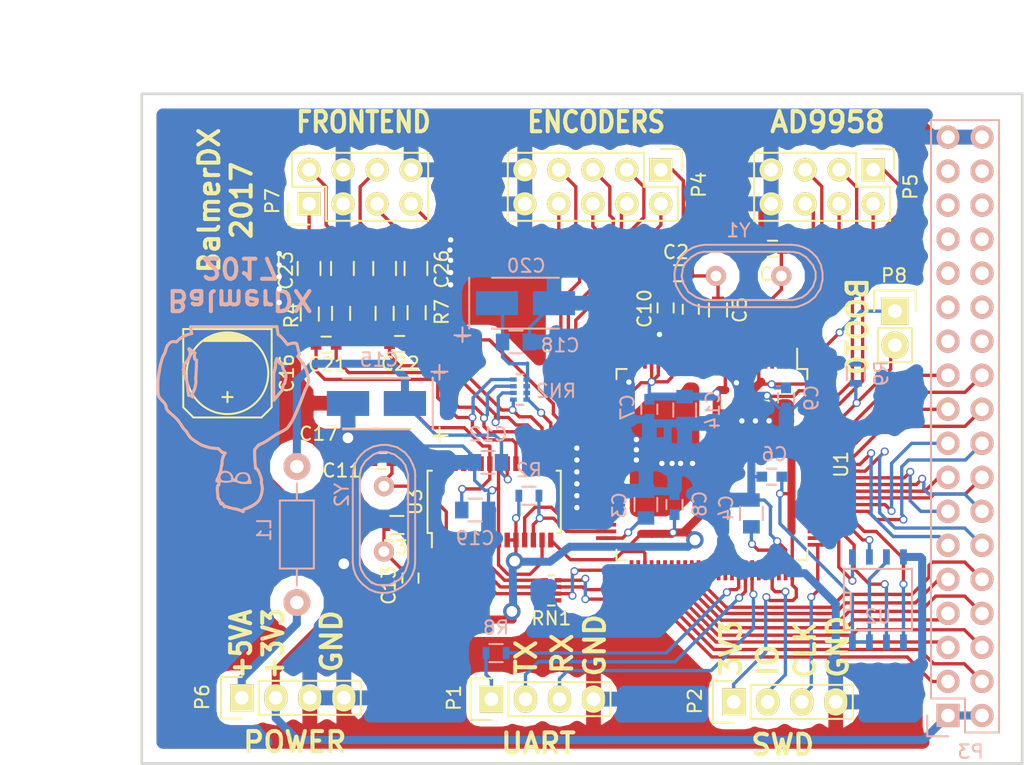
<source format=kicad_pcb>
(kicad_pcb (version 4) (host pcbnew 4.0.6-e0-6349~53~ubuntu16.04.1)
  (layers (0 F.Cu signal) (31 B.Cu signal hide) (34 B.Paste user) (35 F.Paste user) (36 B.SilkS user) (37 F.SilkS user) (38 B.Mask user) (39 F.Mask user) (44 Edge.Cuts user))
  (net 0 "")
  (net 1 "Net-(C1-Pad1)")
  (net 2 GNDD)
  (net 3 "Net-(C2-Pad1)")
  (net 4 "Net-(C3-Pad1)")
  (net 5 "Net-(C4-Pad1)")
  (net 6 +3V3)
  (net 7 "Net-(R1-Pad1)")
  (net 8 DB0)
  (net 9 DB2)
  (net 10 DB8)
  (net 11 DB9)
  (net 12 DB10)
  (net 13 DB11)
  (net 14 DB12)
  (net 15 DB13)
  (net 16 DB14)
  (net 17 DB15)
  (net 18 DB7)
  (net 19 DB6)
  (net 20 DB5)
  (net 21 DB4)
  (net 22 DB3)
  (net 23 DB1)
  (net 24 "Net-(C11-Pad2)")
  (net 25 ADC_SDA)
  (net 26 ADC_LRCK)
  (net 27 ADC_SDOUT)
  (net 28 ADC_SCLK)
  (net 29 ADC_SCL)
  (net 30 ADC_RST)
  (net 31 /NRST)
  (net 32 "Net-(RN1-Pad7)")
  (net 33 "Net-(RN1-Pad6)")
  (net 34 "Net-(RN1-Pad5)")
  (net 35 LCD_RS)
  (net 36 LCD_WR)
  (net 37 LCD_CS)
  (net 38 LCD_RST)
  (net 39 +5VA)
  (net 40 "Net-(C18-Pad1)")
  (net 41 "Net-(C22-Pad1)")
  (net 42 "Net-(C22-Pad2)")
  (net 43 "Net-(C23-Pad2)")
  (net 44 "Net-(C24-Pad2)")
  (net 45 "Net-(C25-Pad2)")
  (net 46 "Net-(C26-Pad2)")
  (net 47 "Net-(L1-Pad1)")
  (net 48 PA0)
  (net 49 PA1)
  (net 50 PA2)
  (net 51 PA3)
  (net 52 PA4)
  (net 53 PA5)
  (net 54 PA6)
  (net 55 PA7)
  (net 56 SWDIO)
  (net 57 SWDCLK)
  (net 58 PE0)
  (net 59 PE1)
  (net 60 PE2)
  (net 61 PE3)
  (net 62 PE4)
  (net 63 PE5)
  (net 64 USART_POWER)
  (net 65 USART_TX)
  (net 66 USART_RX)
  (net 67 /periphery/AINB-)
  (net 68 /periphery/AINB+)
  (net 69 /periphery/AINA+)
  (net 70 /periphery/AINA-)
  (net 71 PC4)
  (net 72 "Net-(C13-Pad2)")
  (net 73 "Net-(C17-Pad1)")
  (net 74 "Net-(C21-Pad1)")
  (net 75 "Net-(C21-Pad2)")
  (net 76 "Net-(R3-Pad1)")
  (net 77 FLASH_S)
  (net 78 FLASH_C)
  (net 79 FLASH_DQ1)
  (net 80 FLASH_DQ0)
  (net 81 "Net-(P1-Pad1)")
  (net 82 /BOOT0)
  (module Resistors_SMD:R_Array_Concave_4x0402 (layer B.Cu) (at 107.8992 72.0852)
    (fp_text reference RN2 (at 2.6924 0.1016) (layer B.SilkS) (effects (justify mirror)))
    (fp_text value 8.2k)
    (pad 1 smd rect (at -0.5 0.75) (size 0.5 0.32) (layers B.Cu B.Paste B.Mask) (net 42 "Net-(C22-Pad2)"))
    (pad 3 smd rect (at -0.5 -0.25) (size 0.5 0.32) (layers B.Cu B.Paste B.Mask) (net 75 "Net-(C21-Pad2)"))
    (pad 2 smd rect (at -0.5 0.25) (size 0.5 0.32) (layers B.Cu B.Paste B.Mask) (net 41 "Net-(C22-Pad1)"))
    (pad 4 smd rect (at -0.5 -0.75) (size 0.5 0.32) (layers B.Cu B.Paste B.Mask) (net 74 "Net-(C21-Pad1)"))
    (pad 7 smd rect (at 0.5 0.25) (size 0.5 0.32) (layers B.Cu B.Paste B.Mask) (net 40 "Net-(C18-Pad1)"))
    (pad 8 smd rect (at 0.5 0.75) (size 0.5 0.32) (layers B.Cu B.Paste B.Mask) (net 40 "Net-(C18-Pad1)"))
    (pad 6 smd rect (at 0.5 -0.25) (size 0.5 0.32) (layers B.Cu B.Paste B.Mask) (net 40 "Net-(C18-Pad1)"))
    (pad 5 smd rect (at 0.5 -0.75) (size 0.5 0.32) (layers B.Cu B.Paste B.Mask) (net 40 "Net-(C18-Pad1)"))
  )
  (module Crystals:Crystal_HC49-U_Vertical (layer B.Cu) (at 97.7392 81.7372 270)
    (fp_text reference Y2 (at -1.778 3.1496 270) (layer B.SilkS) (effects (justify mirror)))
    (fp_text value 24.576MHz)
    (pad 1 thru_hole circle (at -2.44094 0 270) (size 1.50114 1.50114) (drill 0.8001) (layers *.Cu *.Mask B.SilkS) (net 24 "Net-(C11-Pad2)"))
    (pad 2 thru_hole circle (at 2.44094 0 270) (size 1.50114 1.50114) (drill 0.8001) (layers *.Cu *.Mask B.SilkS) (net 72 "Net-(C13-Pad2)"))
  )
  (module Housings_SSOP:TSSOP-28_4.4x9.7mm_Pitch0.65mm (layer F.Cu) (at 105.9688 80.4672 90)
    (fp_text reference U3 (at 0 -5.9 90) (layer F.SilkS))
    (fp_text value CS4272)
    (pad 1 smd rect (at -2.85 -4.225 90) (size 1.1 0.4) (layers F.Cu F.Paste F.Mask) (net 76 "Net-(R3-Pad1)"))
    (pad 2 smd rect (at -2.85 -3.575 90) (size 1.1 0.4) (layers F.Cu F.Paste F.Mask) (net 24 "Net-(C11-Pad2)"))
    (pad 3 smd rect (at -2.85 -2.925 90) (size 1.1 0.4) (layers F.Cu F.Paste F.Mask))
    (pad 4 smd rect (at -2.85 -2.275 90) (size 1.1 0.4) (layers F.Cu F.Paste F.Mask) (net 32 "Net-(RN1-Pad7)"))
    (pad 5 smd rect (at -2.85 -1.625 90) (size 1.1 0.4) (layers F.Cu F.Paste F.Mask) (net 33 "Net-(RN1-Pad6)"))
    (pad 6 smd rect (at -2.85 -0.975 90) (size 1.1 0.4) (layers F.Cu F.Paste F.Mask) (net 34 "Net-(RN1-Pad5)"))
    (pad 7 smd rect (at -2.85 -0.325 90) (size 1.1 0.4) (layers F.Cu F.Paste F.Mask))
    (pad 8 smd rect (at -2.85 0.325 90) (size 1.1 0.4) (layers F.Cu F.Paste F.Mask) (net 2 GNDD))
    (pad 9 smd rect (at -2.85 0.975 90) (size 1.1 0.4) (layers F.Cu F.Paste F.Mask) (net 6 +3V3))
    (pad 10 smd rect (at -2.85 1.625 90) (size 1.1 0.4) (layers F.Cu F.Paste F.Mask) (net 6 +3V3))
    (pad 11 smd rect (at -2.85 2.275 90) (size 1.1 0.4) (layers F.Cu F.Paste F.Mask) (net 29 ADC_SCL))
    (pad 12 smd rect (at -2.85 2.925 90) (size 1.1 0.4) (layers F.Cu F.Paste F.Mask) (net 25 ADC_SDA))
    (pad 13 smd rect (at -2.85 3.575 90) (size 1.1 0.4) (layers F.Cu F.Paste F.Mask) (net 2 GNDD))
    (pad 14 smd rect (at -2.85 4.225 90) (size 1.1 0.4) (layers F.Cu F.Paste F.Mask) (net 30 ADC_RST))
    (pad 15 smd rect (at 2.85 4.225 90) (size 1.1 0.4) (layers F.Cu F.Paste F.Mask) (net 40 "Net-(C18-Pad1)"))
    (pad 16 smd rect (at 2.85 3.575 90) (size 1.1 0.4) (layers F.Cu F.Paste F.Mask) (net 42 "Net-(C22-Pad2)"))
    (pad 17 smd rect (at 2.85 2.925 90) (size 1.1 0.4) (layers F.Cu F.Paste F.Mask) (net 41 "Net-(C22-Pad1)"))
    (pad 18 smd rect (at 2.85 2.275 90) (size 1.1 0.4) (layers F.Cu F.Paste F.Mask) (net 75 "Net-(C21-Pad2)"))
    (pad 19 smd rect (at 2.85 1.625 90) (size 1.1 0.4) (layers F.Cu F.Paste F.Mask) (net 74 "Net-(C21-Pad1)"))
    (pad 20 smd rect (at 2.85 0.975 90) (size 1.1 0.4) (layers F.Cu F.Paste F.Mask) (net 39 +5VA))
    (pad 21 smd rect (at 2.85 0.325 90) (size 1.1 0.4) (layers F.Cu F.Paste F.Mask) (net 2 GNDD))
    (pad 22 smd rect (at 2.85 -0.325 90) (size 1.1 0.4) (layers F.Cu F.Paste F.Mask) (net 73 "Net-(C17-Pad1)"))
    (pad 23 smd rect (at 2.85 -0.975 90) (size 1.1 0.4) (layers F.Cu F.Paste F.Mask))
    (pad 24 smd rect (at 2.85 -1.625 90) (size 1.1 0.4) (layers F.Cu F.Paste F.Mask))
    (pad 25 smd rect (at 2.85 -2.275 90) (size 1.1 0.4) (layers F.Cu F.Paste F.Mask))
    (pad 26 smd rect (at 2.85 -2.925 90) (size 1.1 0.4) (layers F.Cu F.Paste F.Mask))
    (pad 27 smd rect (at 2.85 -3.575 90) (size 1.1 0.4) (layers F.Cu F.Paste F.Mask))
    (pad 28 smd rect (at 2.85 -4.225 90) (size 1.1 0.4) (layers F.Cu F.Paste F.Mask))
  )
  (module Capacitors_SMD:C_0603 (layer F.Cu) (at 126.746 61.5696 180)
    (fp_text reference C1 (at 0 -1.9 180) (layer F.SilkS))
    (fp_text value 22p)
    (pad 1 smd rect (at -0.75 0 180) (size 0.8 0.75) (layers F.Cu F.Paste F.Mask) (net 1 "Net-(C1-Pad1)"))
    (pad 2 smd rect (at 0.75 0 180) (size 0.8 0.75) (layers F.Cu F.Paste F.Mask) (net 2 GNDD))
  )
  (module Capacitors_SMD:C_0603 (layer F.Cu) (at 119.7356 63.3984 180)
    (fp_text reference C2 (at 0.2032 1.5748 180) (layer F.SilkS))
    (fp_text value 22p)
    (pad 1 smd rect (at -0.75 0 180) (size 0.8 0.75) (layers F.Cu F.Paste F.Mask) (net 3 "Net-(C2-Pad1)"))
    (pad 2 smd rect (at 0.75 0 180) (size 0.8 0.75) (layers F.Cu F.Paste F.Mask) (net 2 GNDD))
  )
  (module Capacitors_SMD:C_0805 (layer B.Cu) (at 117.2972 80.6704 90)
    (fp_text reference C3 (at -0.0508 -1.9812 90) (layer B.SilkS) (effects (justify mirror)))
    (fp_text value 2.2u)
    (pad 1 smd rect (at -1 0 90) (size 1 1.25) (layers B.Cu B.Paste B.Mask) (net 4 "Net-(C3-Pad1)"))
    (pad 2 smd rect (at 1 0 90) (size 1 1.25) (layers B.Cu B.Paste B.Mask) (net 2 GNDD))
  )
  (module Capacitors_SMD:C_0805 (layer B.Cu) (at 125.1712 81.3308 90)
    (fp_text reference C4 (at 0.4064 -1.8796 90) (layer B.SilkS) (effects (justify mirror)))
    (fp_text value 2.2u)
    (pad 1 smd rect (at -1 0 90) (size 1 1.25) (layers B.Cu B.Paste B.Mask) (net 5 "Net-(C4-Pad1)"))
    (pad 2 smd rect (at 1 0 90) (size 1 1.25) (layers B.Cu B.Paste B.Mask) (net 2 GNDD))
  )
  (module Capacitors_SMD:C_0603 (layer F.Cu) (at 120.65 66.0908 270)
    (fp_text reference C5 (at 0.0508 -3.6576 270) (layer F.SilkS))
    (fp_text value 100n)
    (pad 1 smd rect (at -0.75 0 270) (size 0.8 0.75) (layers F.Cu F.Paste F.Mask) (net 2 GNDD))
    (pad 2 smd rect (at 0.75 0 270) (size 0.8 0.75) (layers F.Cu F.Paste F.Mask) (net 31 /NRST))
  )
  (module Housings_QFP:LQFP-100_14x14mm_Pitch0.5mm (layer F.Cu) (at 122.2248 77.6732 270)
    (fp_text reference U1 (at 0 -9.65 270) (layer F.SilkS))
    (fp_text value STM32F405VGTx)
    (pad 1 smd rect (at -7.9 -6 270) (size 1.5 0.28) (layers F.Cu F.Paste F.Mask) (net 60 PE2))
    (pad 2 smd rect (at -7.9 -5.5 270) (size 1.5 0.28) (layers F.Cu F.Paste F.Mask) (net 61 PE3))
    (pad 3 smd rect (at -7.9 -5 270) (size 1.5 0.28) (layers F.Cu F.Paste F.Mask) (net 62 PE4))
    (pad 4 smd rect (at -7.9 -4.5 270) (size 1.5 0.28) (layers F.Cu F.Paste F.Mask) (net 63 PE5))
    (pad 5 smd rect (at -7.9 -4 270) (size 1.5 0.28) (layers F.Cu F.Paste F.Mask))
    (pad 6 smd rect (at -7.9 -3.5 270) (size 1.5 0.28) (layers F.Cu F.Paste F.Mask) (net 6 +3V3))
    (pad 7 smd rect (at -7.9 -3 270) (size 1.5 0.28) (layers F.Cu F.Paste F.Mask))
    (pad 8 smd rect (at -7.9 -2.5 270) (size 1.5 0.28) (layers F.Cu F.Paste F.Mask))
    (pad 9 smd rect (at -7.9 -2 270) (size 1.5 0.28) (layers F.Cu F.Paste F.Mask))
    (pad 10 smd rect (at -7.9 -1.5 270) (size 1.5 0.28) (layers F.Cu F.Paste F.Mask) (net 2 GNDD))
    (pad 11 smd rect (at -7.9 -1 270) (size 1.5 0.28) (layers F.Cu F.Paste F.Mask) (net 6 +3V3))
    (pad 12 smd rect (at -7.9 -0.5 270) (size 1.5 0.28) (layers F.Cu F.Paste F.Mask) (net 1 "Net-(C1-Pad1)"))
    (pad 13 smd rect (at -7.9 0 270) (size 1.5 0.28) (layers F.Cu F.Paste F.Mask) (net 7 "Net-(R1-Pad1)"))
    (pad 14 smd rect (at -7.9 0.5 270) (size 1.5 0.28) (layers F.Cu F.Paste F.Mask) (net 31 /NRST))
    (pad 15 smd rect (at -7.9 1 270) (size 1.5 0.28) (layers F.Cu F.Paste F.Mask))
    (pad 16 smd rect (at -7.9 1.5 270) (size 1.5 0.28) (layers F.Cu F.Paste F.Mask))
    (pad 17 smd rect (at -7.9 2 270) (size 1.5 0.28) (layers F.Cu F.Paste F.Mask))
    (pad 18 smd rect (at -7.9 2.5 270) (size 1.5 0.28) (layers F.Cu F.Paste F.Mask))
    (pad 19 smd rect (at -7.9 3 270) (size 1.5 0.28) (layers F.Cu F.Paste F.Mask) (net 6 +3V3))
    (pad 20 smd rect (at -7.9 3.5 270) (size 1.5 0.28) (layers F.Cu F.Paste F.Mask) (net 2 GNDD))
    (pad 21 smd rect (at -7.9 4 270) (size 1.5 0.28) (layers F.Cu F.Paste F.Mask) (net 6 +3V3))
    (pad 22 smd rect (at -7.9 4.5 270) (size 1.5 0.28) (layers F.Cu F.Paste F.Mask) (net 6 +3V3))
    (pad 23 smd rect (at -7.9 5 270) (size 1.5 0.28) (layers F.Cu F.Paste F.Mask) (net 48 PA0))
    (pad 24 smd rect (at -7.9 5.5 270) (size 1.5 0.28) (layers F.Cu F.Paste F.Mask) (net 49 PA1))
    (pad 25 smd rect (at -7.9 6 270) (size 1.5 0.28) (layers F.Cu F.Paste F.Mask) (net 50 PA2))
    (pad 26 smd rect (at -6 7.9) (size 1.5 0.28) (layers F.Cu F.Paste F.Mask) (net 51 PA3))
    (pad 27 smd rect (at -5.5 7.9) (size 1.5 0.28) (layers F.Cu F.Paste F.Mask) (net 2 GNDD))
    (pad 28 smd rect (at -5 7.9) (size 1.5 0.28) (layers F.Cu F.Paste F.Mask) (net 6 +3V3))
    (pad 29 smd rect (at -4.5 7.9) (size 1.5 0.28) (layers F.Cu F.Paste F.Mask) (net 52 PA4))
    (pad 30 smd rect (at -4 7.9) (size 1.5 0.28) (layers F.Cu F.Paste F.Mask) (net 53 PA5))
    (pad 31 smd rect (at -3.5 7.9) (size 1.5 0.28) (layers F.Cu F.Paste F.Mask) (net 54 PA6))
    (pad 32 smd rect (at -3 7.9) (size 1.5 0.28) (layers F.Cu F.Paste F.Mask) (net 55 PA7))
    (pad 33 smd rect (at -2.5 7.9) (size 1.5 0.28) (layers F.Cu F.Paste F.Mask) (net 71 PC4))
    (pad 34 smd rect (at -2 7.9) (size 1.5 0.28) (layers F.Cu F.Paste F.Mask))
    (pad 35 smd rect (at -1.5 7.9) (size 1.5 0.28) (layers F.Cu F.Paste F.Mask))
    (pad 36 smd rect (at -1 7.9) (size 1.5 0.28) (layers F.Cu F.Paste F.Mask))
    (pad 37 smd rect (at -0.5 7.9) (size 1.5 0.28) (layers F.Cu F.Paste F.Mask))
    (pad 38 smd rect (at 0 7.9) (size 1.5 0.28) (layers F.Cu F.Paste F.Mask))
    (pad 39 smd rect (at 0.5 7.9) (size 1.5 0.28) (layers F.Cu F.Paste F.Mask))
    (pad 40 smd rect (at 1 7.9) (size 1.5 0.28) (layers F.Cu F.Paste F.Mask))
    (pad 41 smd rect (at 1.5 7.9) (size 1.5 0.28) (layers F.Cu F.Paste F.Mask))
    (pad 42 smd rect (at 2 7.9) (size 1.5 0.28) (layers F.Cu F.Paste F.Mask))
    (pad 43 smd rect (at 2.5 7.9) (size 1.5 0.28) (layers F.Cu F.Paste F.Mask))
    (pad 44 smd rect (at 3 7.9) (size 1.5 0.28) (layers F.Cu F.Paste F.Mask))
    (pad 45 smd rect (at 3.5 7.9) (size 1.5 0.28) (layers F.Cu F.Paste F.Mask))
    (pad 46 smd rect (at 4 7.9) (size 1.5 0.28) (layers F.Cu F.Paste F.Mask))
    (pad 47 smd rect (at 4.5 7.9) (size 1.5 0.28) (layers F.Cu F.Paste F.Mask) (net 29 ADC_SCL))
    (pad 48 smd rect (at 5 7.9) (size 1.5 0.28) (layers F.Cu F.Paste F.Mask) (net 25 ADC_SDA))
    (pad 49 smd rect (at 5.5 7.9) (size 1.5 0.28) (layers F.Cu F.Paste F.Mask) (net 4 "Net-(C3-Pad1)"))
    (pad 50 smd rect (at 6 7.9) (size 1.5 0.28) (layers F.Cu F.Paste F.Mask) (net 6 +3V3))
    (pad 51 smd rect (at 7.9 6 270) (size 1.5 0.28) (layers F.Cu F.Paste F.Mask) (net 26 ADC_LRCK))
    (pad 52 smd rect (at 7.9 5.5 270) (size 1.5 0.28) (layers F.Cu F.Paste F.Mask) (net 28 ADC_SCLK))
    (pad 53 smd rect (at 7.9 5 270) (size 1.5 0.28) (layers F.Cu F.Paste F.Mask) (net 30 ADC_RST))
    (pad 54 smd rect (at 7.9 4.5 270) (size 1.5 0.28) (layers F.Cu F.Paste F.Mask) (net 27 ADC_SDOUT))
    (pad 55 smd rect (at 7.9 4 270) (size 1.5 0.28) (layers F.Cu F.Paste F.Mask) (net 10 DB8))
    (pad 56 smd rect (at 7.9 3.5 270) (size 1.5 0.28) (layers F.Cu F.Paste F.Mask) (net 11 DB9))
    (pad 57 smd rect (at 7.9 3 270) (size 1.5 0.28) (layers F.Cu F.Paste F.Mask) (net 12 DB10))
    (pad 58 smd rect (at 7.9 2.5 270) (size 1.5 0.28) (layers F.Cu F.Paste F.Mask) (net 13 DB11))
    (pad 59 smd rect (at 7.9 2 270) (size 1.5 0.28) (layers F.Cu F.Paste F.Mask) (net 14 DB12))
    (pad 60 smd rect (at 7.9 1.5 270) (size 1.5 0.28) (layers F.Cu F.Paste F.Mask) (net 15 DB13))
    (pad 61 smd rect (at 7.9 1 270) (size 1.5 0.28) (layers F.Cu F.Paste F.Mask) (net 16 DB14))
    (pad 62 smd rect (at 7.9 0.5 270) (size 1.5 0.28) (layers F.Cu F.Paste F.Mask) (net 17 DB15))
    (pad 63 smd rect (at 7.9 0 270) (size 1.5 0.28) (layers F.Cu F.Paste F.Mask))
    (pad 64 smd rect (at 7.9 -0.5 270) (size 1.5 0.28) (layers F.Cu F.Paste F.Mask))
    (pad 65 smd rect (at 7.9 -1 270) (size 1.5 0.28) (layers F.Cu F.Paste F.Mask))
    (pad 66 smd rect (at 7.9 -1.5 270) (size 1.5 0.28) (layers F.Cu F.Paste F.Mask))
    (pad 67 smd rect (at 7.9 -2 270) (size 1.5 0.28) (layers F.Cu F.Paste F.Mask) (net 64 USART_POWER))
    (pad 68 smd rect (at 7.9 -2.5 270) (size 1.5 0.28) (layers F.Cu F.Paste F.Mask) (net 65 USART_TX))
    (pad 69 smd rect (at 7.9 -3 270) (size 1.5 0.28) (layers F.Cu F.Paste F.Mask) (net 66 USART_RX))
    (pad 70 smd rect (at 7.9 -3.5 270) (size 1.5 0.28) (layers F.Cu F.Paste F.Mask))
    (pad 71 smd rect (at 7.9 -4 270) (size 1.5 0.28) (layers F.Cu F.Paste F.Mask))
    (pad 72 smd rect (at 7.9 -4.5 270) (size 1.5 0.28) (layers F.Cu F.Paste F.Mask) (net 56 SWDIO))
    (pad 73 smd rect (at 7.9 -5 270) (size 1.5 0.28) (layers F.Cu F.Paste F.Mask) (net 5 "Net-(C4-Pad1)"))
    (pad 74 smd rect (at 7.9 -5.5 270) (size 1.5 0.28) (layers F.Cu F.Paste F.Mask) (net 2 GNDD))
    (pad 75 smd rect (at 7.9 -6 270) (size 1.5 0.28) (layers F.Cu F.Paste F.Mask) (net 6 +3V3))
    (pad 76 smd rect (at 6 -7.9) (size 1.5 0.28) (layers F.Cu F.Paste F.Mask) (net 57 SWDCLK))
    (pad 77 smd rect (at 5.5 -7.9) (size 1.5 0.28) (layers F.Cu F.Paste F.Mask) (net 77 FLASH_S))
    (pad 78 smd rect (at 5 -7.9) (size 1.5 0.28) (layers F.Cu F.Paste F.Mask) (net 78 FLASH_C))
    (pad 79 smd rect (at 4.5 -7.9) (size 1.5 0.28) (layers F.Cu F.Paste F.Mask) (net 79 FLASH_DQ1))
    (pad 80 smd rect (at 4 -7.9) (size 1.5 0.28) (layers F.Cu F.Paste F.Mask) (net 80 FLASH_DQ0))
    (pad 81 smd rect (at 3.5 -7.9) (size 1.5 0.28) (layers F.Cu F.Paste F.Mask) (net 8 DB0))
    (pad 82 smd rect (at 3 -7.9) (size 1.5 0.28) (layers F.Cu F.Paste F.Mask) (net 23 DB1))
    (pad 83 smd rect (at 2.5 -7.9) (size 1.5 0.28) (layers F.Cu F.Paste F.Mask) (net 9 DB2))
    (pad 84 smd rect (at 2 -7.9) (size 1.5 0.28) (layers F.Cu F.Paste F.Mask) (net 22 DB3))
    (pad 85 smd rect (at 1.5 -7.9) (size 1.5 0.28) (layers F.Cu F.Paste F.Mask) (net 21 DB4))
    (pad 86 smd rect (at 1 -7.9) (size 1.5 0.28) (layers F.Cu F.Paste F.Mask) (net 20 DB5))
    (pad 87 smd rect (at 0.5 -7.9) (size 1.5 0.28) (layers F.Cu F.Paste F.Mask) (net 19 DB6))
    (pad 88 smd rect (at 0 -7.9) (size 1.5 0.28) (layers F.Cu F.Paste F.Mask) (net 18 DB7))
    (pad 89 smd rect (at -0.5 -7.9) (size 1.5 0.28) (layers F.Cu F.Paste F.Mask) (net 36 LCD_WR))
    (pad 90 smd rect (at -1 -7.9) (size 1.5 0.28) (layers F.Cu F.Paste F.Mask) (net 35 LCD_RS))
    (pad 91 smd rect (at -1.5 -7.9) (size 1.5 0.28) (layers F.Cu F.Paste F.Mask) (net 38 LCD_RST))
    (pad 92 smd rect (at -2 -7.9) (size 1.5 0.28) (layers F.Cu F.Paste F.Mask) (net 37 LCD_CS))
    (pad 93 smd rect (at -2.5 -7.9) (size 1.5 0.28) (layers F.Cu F.Paste F.Mask))
    (pad 94 smd rect (at -3 -7.9) (size 1.5 0.28) (layers F.Cu F.Paste F.Mask) (net 82 /BOOT0))
    (pad 95 smd rect (at -3.5 -7.9) (size 1.5 0.28) (layers F.Cu F.Paste F.Mask))
    (pad 96 smd rect (at -4 -7.9) (size 1.5 0.28) (layers F.Cu F.Paste F.Mask))
    (pad 97 smd rect (at -4.5 -7.9) (size 1.5 0.28) (layers F.Cu F.Paste F.Mask) (net 58 PE0))
    (pad 98 smd rect (at -5 -7.9) (size 1.5 0.28) (layers F.Cu F.Paste F.Mask) (net 59 PE1))
    (pad 99 smd rect (at -5.5 -7.9) (size 1.5 0.28) (layers F.Cu F.Paste F.Mask) (net 2 GNDD))
    (pad 100 smd rect (at -6 -7.9) (size 1.5 0.28) (layers F.Cu F.Paste F.Mask) (net 6 +3V3))
  )
  (module Pin_Headers:Pin_Header_Straight_2x18 (layer B.Cu) (at 139.8524 96.4184)
    (fp_text reference P3 (at 1.6891 2.7051) (layer B.SilkS) (effects (justify mirror)))
    (fp_text value LCD_ILI9481)
    (pad 1 thru_hole rect (at 0 0) (size 1.7272 1.7272) (drill 1.016) (layers *.Cu *.Mask B.SilkS) (net 6 +3V3))
    (pad 2 thru_hole oval (at 2.54 0) (size 1.7272 1.7272) (drill 1.016) (layers *.Cu *.Mask B.SilkS) (net 6 +3V3))
    (pad 3 thru_hole oval (at 0 -2.54) (size 1.7272 1.7272) (drill 1.016) (layers *.Cu *.Mask B.SilkS) (net 10 DB8))
    (pad 4 thru_hole oval (at 2.54 -2.54) (size 1.7272 1.7272) (drill 1.016) (layers *.Cu *.Mask B.SilkS) (net 11 DB9))
    (pad 5 thru_hole oval (at 0 -5.08) (size 1.7272 1.7272) (drill 1.016) (layers *.Cu *.Mask B.SilkS) (net 12 DB10))
    (pad 6 thru_hole oval (at 2.54 -5.08) (size 1.7272 1.7272) (drill 1.016) (layers *.Cu *.Mask B.SilkS) (net 13 DB11))
    (pad 7 thru_hole oval (at 0 -7.62) (size 1.7272 1.7272) (drill 1.016) (layers *.Cu *.Mask B.SilkS) (net 14 DB12))
    (pad 8 thru_hole oval (at 2.54 -7.62) (size 1.7272 1.7272) (drill 1.016) (layers *.Cu *.Mask B.SilkS) (net 15 DB13))
    (pad 9 thru_hole oval (at 0 -10.16) (size 1.7272 1.7272) (drill 1.016) (layers *.Cu *.Mask B.SilkS) (net 16 DB14))
    (pad 10 thru_hole oval (at 2.54 -10.16) (size 1.7272 1.7272) (drill 1.016) (layers *.Cu *.Mask B.SilkS) (net 17 DB15))
    (pad 11 thru_hole oval (at 0 -12.7) (size 1.7272 1.7272) (drill 1.016) (layers *.Cu *.Mask B.SilkS) (net 18 DB7))
    (pad 12 thru_hole oval (at 2.54 -12.7) (size 1.7272 1.7272) (drill 1.016) (layers *.Cu *.Mask B.SilkS) (net 19 DB6))
    (pad 13 thru_hole oval (at 0 -15.24) (size 1.7272 1.7272) (drill 1.016) (layers *.Cu *.Mask B.SilkS) (net 20 DB5))
    (pad 14 thru_hole oval (at 2.54 -15.24) (size 1.7272 1.7272) (drill 1.016) (layers *.Cu *.Mask B.SilkS) (net 21 DB4))
    (pad 15 thru_hole oval (at 0 -17.78) (size 1.7272 1.7272) (drill 1.016) (layers *.Cu *.Mask B.SilkS) (net 22 DB3))
    (pad 16 thru_hole oval (at 2.54 -17.78) (size 1.7272 1.7272) (drill 1.016) (layers *.Cu *.Mask B.SilkS) (net 9 DB2))
    (pad 17 thru_hole oval (at 0 -20.32) (size 1.7272 1.7272) (drill 1.016) (layers *.Cu *.Mask B.SilkS) (net 23 DB1))
    (pad 18 thru_hole oval (at 2.54 -20.32) (size 1.7272 1.7272) (drill 1.016) (layers *.Cu *.Mask B.SilkS) (net 8 DB0))
    (pad 19 thru_hole oval (at 0 -22.86) (size 1.7272 1.7272) (drill 1.016) (layers *.Cu *.Mask B.SilkS) (net 35 LCD_RS))
    (pad 20 thru_hole oval (at 2.54 -22.86) (size 1.7272 1.7272) (drill 1.016) (layers *.Cu *.Mask B.SilkS) (net 36 LCD_WR))
    (pad 21 thru_hole oval (at 0 -25.4) (size 1.7272 1.7272) (drill 1.016) (layers *.Cu *.Mask B.SilkS) (net 37 LCD_CS))
    (pad 22 thru_hole oval (at 2.54 -25.4) (size 1.7272 1.7272) (drill 1.016) (layers *.Cu *.Mask B.SilkS) (net 38 LCD_RST))
    (pad 23 thru_hole oval (at 0 -27.94) (size 1.7272 1.7272) (drill 1.016) (layers *.Cu *.Mask B.SilkS))
    (pad 24 thru_hole oval (at 2.54 -27.94) (size 1.7272 1.7272) (drill 1.016) (layers *.Cu *.Mask B.SilkS))
    (pad 25 thru_hole oval (at 0 -30.48) (size 1.7272 1.7272) (drill 1.016) (layers *.Cu *.Mask B.SilkS))
    (pad 26 thru_hole oval (at 2.54 -30.48) (size 1.7272 1.7272) (drill 1.016) (layers *.Cu *.Mask B.SilkS))
    (pad 27 thru_hole oval (at 0 -33.02) (size 1.7272 1.7272) (drill 1.016) (layers *.Cu *.Mask B.SilkS))
    (pad 28 thru_hole oval (at 2.54 -33.02) (size 1.7272 1.7272) (drill 1.016) (layers *.Cu *.Mask B.SilkS))
    (pad 29 thru_hole oval (at 0 -35.56) (size 1.7272 1.7272) (drill 1.016) (layers *.Cu *.Mask B.SilkS))
    (pad 30 thru_hole oval (at 2.54 -35.56) (size 1.7272 1.7272) (drill 1.016) (layers *.Cu *.Mask B.SilkS))
    (pad 31 thru_hole oval (at 0 -38.1) (size 1.7272 1.7272) (drill 1.016) (layers *.Cu *.Mask B.SilkS))
    (pad 32 thru_hole oval (at 2.54 -38.1) (size 1.7272 1.7272) (drill 1.016) (layers *.Cu *.Mask B.SilkS))
    (pad 33 thru_hole oval (at 0 -40.64) (size 1.7272 1.7272) (drill 1.016) (layers *.Cu *.Mask B.SilkS))
    (pad 34 thru_hole oval (at 2.54 -40.64) (size 1.7272 1.7272) (drill 1.016) (layers *.Cu *.Mask B.SilkS))
    (pad 35 thru_hole oval (at 0 -43.18) (size 1.7272 1.7272) (drill 1.016) (layers *.Cu *.Mask B.SilkS) (net 2 GNDD))
    (pad 36 thru_hole oval (at 2.54 -43.18) (size 1.7272 1.7272) (drill 1.016) (layers *.Cu *.Mask B.SilkS) (net 2 GNDD))
  )
  (module Resistors_SMD:R_0603 (layer F.Cu) (at 122.682 66.1416 90)
    (fp_text reference R1 hide)
    (fp_text value 220)
    (pad 1 smd rect (at -0.75 0 90) (size 0.5 0.9) (layers F.Cu F.Paste F.Mask) (net 7 "Net-(R1-Pad1)"))
    (pad 2 smd rect (at 0.75 0 90) (size 0.5 0.9) (layers F.Cu F.Paste F.Mask) (net 3 "Net-(C2-Pad1)"))
  )
  (module Crystals:Crystal_HC49-U_Vertical (layer B.Cu) (at 124.968 63.6016 180)
    (fp_text reference Y1 (at 0.762 3.4036 180) (layer B.SilkS) (effects (justify mirror)))
    (fp_text value "8 MHz")
    (pad 1 thru_hole circle (at -2.44094 0 180) (size 1.50114 1.50114) (drill 0.8001) (layers *.Cu *.Mask B.SilkS) (net 1 "Net-(C1-Pad1)"))
    (pad 2 thru_hole circle (at 2.44094 0 180) (size 1.50114 1.50114) (drill 0.8001) (layers *.Cu *.Mask B.SilkS) (net 3 "Net-(C2-Pad1)"))
  )
  (module Capacitors_SMD:C_0603 (layer B.Cu) (at 126.6952 78.5876)
    (fp_text reference C6 (at 0.2032 -1.6764) (layer B.SilkS) (effects (justify mirror)))
    (fp_text value 100n)
    (pad 1 smd rect (at -0.75 0) (size 0.8 0.75) (layers B.Cu B.Paste B.Mask) (net 2 GNDD))
    (pad 2 smd rect (at 0.75 0) (size 0.8 0.75) (layers B.Cu B.Paste B.Mask) (net 6 +3V3))
  )
  (module Capacitors_SMD:C_0603 (layer B.Cu) (at 117.5512 73.5584 90)
    (fp_text reference C7 (at 0.1524 -1.6256 90) (layer B.SilkS) (effects (justify mirror)))
    (fp_text value 100n)
    (pad 1 smd rect (at -0.75 0 90) (size 0.8 0.75) (layers B.Cu B.Paste B.Mask) (net 2 GNDD))
    (pad 2 smd rect (at 0.75 0 90) (size 0.8 0.75) (layers B.Cu B.Paste B.Mask) (net 6 +3V3))
  )
  (module Capacitors_SMD:C_0603 (layer B.Cu) (at 119.4308 80.6704 270)
    (fp_text reference C8 (at -0.0508 -1.8796 270) (layer B.SilkS) (effects (justify mirror)))
    (fp_text value 100n)
    (pad 1 smd rect (at -0.75 0 270) (size 0.8 0.75) (layers B.Cu B.Paste B.Mask) (net 2 GNDD))
    (pad 2 smd rect (at 0.75 0 270) (size 0.8 0.75) (layers B.Cu B.Paste B.Mask) (net 6 +3V3))
  )
  (module Capacitors_SMD:C_0603 (layer B.Cu) (at 127.762 72.7075 90)
    (fp_text reference C9 (at 0 1.9 90) (layer B.SilkS) (effects (justify mirror)))
    (fp_text value 100n)
    (pad 1 smd rect (at -0.75 0 90) (size 0.8 0.75) (layers B.Cu B.Paste B.Mask) (net 2 GNDD))
    (pad 2 smd rect (at 0.75 0 90) (size 0.8 0.75) (layers B.Cu B.Paste B.Mask) (net 6 +3V3))
  )
  (module Capacitors_SMD:C_0603 (layer F.Cu) (at 118.7704 65.9892 270)
    (fp_text reference C10 (at 0.0508 1.5748 270) (layer F.SilkS))
    (fp_text value 100n)
    (pad 1 smd rect (at -0.75 0 270) (size 0.8 0.75) (layers F.Cu F.Paste F.Mask) (net 2 GNDD))
    (pad 2 smd rect (at 0.75 0 270) (size 0.8 0.75) (layers F.Cu F.Paste F.Mask) (net 6 +3V3))
  )
  (module Capacitors_SMD:C_0603 (layer F.Cu) (at 97.5868 77.4192)
    (fp_text reference C11 (at -2.9972 0.7112) (layer F.SilkS))
    (fp_text value 22p?40)
    (pad 1 smd rect (at -0.75 0) (size 0.8 0.75) (layers F.Cu F.Paste F.Mask) (net 2 GNDD))
    (pad 2 smd rect (at 0.75 0) (size 0.8 0.75) (layers F.Cu F.Paste F.Mask) (net 24 "Net-(C11-Pad2)"))
  )
  (module Capacitors_SMD:C_0603 (layer F.Cu) (at 99.7204 86.1568 90)
    (fp_text reference C13 (at -0.5588 -1.6256 90) (layer F.SilkS))
    (fp_text value 22p?40)
    (pad 1 smd rect (at -0.75 0 90) (size 0.8 0.75) (layers F.Cu F.Paste F.Mask) (net 2 GNDD))
    (pad 2 smd rect (at 0.75 0 90) (size 0.8 0.75) (layers F.Cu F.Paste F.Mask) (net 72 "Net-(C13-Pad2)"))
  )
  (module Capacitors_SMD:C_0805 (layer B.Cu) (at 120.1928 73.6092 90)
    (fp_text reference C14 (at 0 2.1 90) (layer B.SilkS) (effects (justify mirror)))
    (fp_text value 2.2u)
    (pad 1 smd rect (at -1 0 90) (size 1 1.25) (layers B.Cu B.Paste B.Mask) (net 2 GNDD))
    (pad 2 smd rect (at 1 0 90) (size 1 1.25) (layers B.Cu B.Paste B.Mask) (net 6 +3V3))
  )
  (module Resistors_SMD:R_0603 (layer B.Cu) (at 108.5596 80.01 180)
    (fp_text reference R2 (at 0 1.9 180) (layer B.SilkS) (effects (justify mirror)))
    (fp_text value 4k7)
    (pad 1 smd rect (at -0.75 0 180) (size 0.5 0.9) (layers B.Cu B.Paste B.Mask) (net 25 ADC_SDA))
    (pad 2 smd rect (at 0.75 0 180) (size 0.5 0.9) (layers B.Cu B.Paste B.Mask) (net 6 +3V3))
  )
  (module Resistors_SMD:R_0603 (layer F.Cu) (at 98.7044 82.1944 180)
    (fp_text reference R3 (at 0.1524 -1.6764 180) (layer F.SilkS))
    (fp_text value 220)
    (pad 1 smd rect (at -0.75 0 180) (size 0.5 0.9) (layers F.Cu F.Paste F.Mask) (net 76 "Net-(R3-Pad1)"))
    (pad 2 smd rect (at 0.75 0 180) (size 0.5 0.9) (layers F.Cu F.Paste F.Mask) (net 72 "Net-(C13-Pad2)"))
  )
  (module Resistors_SMD:R_Array_Concave_4x0402 (layer F.Cu) (at 110.236 87.0712 180)
    (fp_text reference RN1 (at 0 -2.1 180) (layer F.SilkS))
    (fp_text value 56)
    (pad 1 smd rect (at -0.5 -0.75 180) (size 0.5 0.32) (layers F.Cu F.Paste F.Mask))
    (pad 3 smd rect (at -0.5 0.25 180) (size 0.5 0.32) (layers F.Cu F.Paste F.Mask) (net 28 ADC_SCLK))
    (pad 2 smd rect (at -0.5 -0.25 180) (size 0.5 0.32) (layers F.Cu F.Paste F.Mask) (net 26 ADC_LRCK))
    (pad 4 smd rect (at -0.5 0.75 180) (size 0.5 0.32) (layers F.Cu F.Paste F.Mask) (net 27 ADC_SDOUT))
    (pad 7 smd rect (at 0.5 -0.25 180) (size 0.5 0.32) (layers F.Cu F.Paste F.Mask) (net 32 "Net-(RN1-Pad7)"))
    (pad 8 smd rect (at 0.5 -0.75 180) (size 0.5 0.32) (layers F.Cu F.Paste F.Mask))
    (pad 6 smd rect (at 0.5 0.25 180) (size 0.5 0.32) (layers F.Cu F.Paste F.Mask) (net 33 "Net-(RN1-Pad6)"))
    (pad 5 smd rect (at 0.5 0.75 180) (size 0.5 0.32) (layers F.Cu F.Paste F.Mask) (net 34 "Net-(RN1-Pad5)"))
  )
  (module Capacitors_SMD:C_0805 (layer B.Cu) (at 105.5116 77.5208 180)
    (fp_text reference C12 (at 0 2.1 180) (layer B.SilkS) (effects (justify mirror)))
    (fp_text value 1u)
    (pad 1 smd rect (at -1 0 180) (size 1 1.25) (layers B.Cu B.Paste B.Mask) (net 39 +5VA))
    (pad 2 smd rect (at 1 0 180) (size 1 1.25) (layers B.Cu B.Paste B.Mask) (net 2 GNDD))
  )
  (module Capacitors_SMD:c_elec_6.3x4.5 (layer F.Cu) (at 86.0552 70.866 270)
    (fp_text reference C16 (at 0 -4.445 270) (layer F.SilkS))
    (fp_text value 220u)
    (pad 1 smd rect (at 2.75082 0 270) (size 3.59918 1.6002) (layers F.Cu F.Paste F.Mask) (net 6 +3V3))
    (pad 2 smd rect (at -2.75082 0 270) (size 3.59918 1.6002) (layers F.Cu F.Paste F.Mask) (net 2 GNDD))
  )
  (module Capacitors_SMD:C_0805 (layer B.Cu) (at 107.5944 68.5292)
    (fp_text reference C18 (at 3.302 0.254) (layer B.SilkS) (effects (justify mirror)))
    (fp_text value 100n)
    (pad 1 smd rect (at -1 0) (size 1 1.25) (layers B.Cu B.Paste B.Mask) (net 40 "Net-(C18-Pad1)"))
    (pad 2 smd rect (at 1 0) (size 1 1.25) (layers B.Cu B.Paste B.Mask) (net 2 GNDD))
  )
  (module Capacitors_SMD:C_0805 (layer B.Cu) (at 104.5464 81.0768)
    (fp_text reference C19 (at 0 2.1) (layer B.SilkS) (effects (justify mirror)))
    (fp_text value 47n)
    (pad 1 smd rect (at -1 0) (size 1 1.25) (layers B.Cu B.Paste B.Mask) (net 73 "Net-(C17-Pad1)"))
    (pad 2 smd rect (at 1 0) (size 1 1.25) (layers B.Cu B.Paste B.Mask) (net 2 GNDD))
  )
  (module Capacitors_SMD:C_0603 (layer F.Cu) (at 93.4212 68.7324)
    (fp_text reference C21 (at 0.1016 1.4732) (layer F.SilkS))
    (fp_text value 10n)
    (pad 1 smd rect (at -0.75 0) (size 0.8 0.75) (layers F.Cu F.Paste F.Mask) (net 74 "Net-(C21-Pad1)"))
    (pad 2 smd rect (at 0.75 0) (size 0.8 0.75) (layers F.Cu F.Paste F.Mask) (net 75 "Net-(C21-Pad2)"))
  )
  (module Capacitors_SMD:C_0603 (layer F.Cu) (at 98.9076 68.6816)
    (fp_text reference C22 (at 0.0508 1.4732) (layer F.SilkS))
    (fp_text value 10n)
    (pad 1 smd rect (at -0.75 0) (size 0.8 0.75) (layers F.Cu F.Paste F.Mask) (net 41 "Net-(C22-Pad1)"))
    (pad 2 smd rect (at 0.75 0) (size 0.8 0.75) (layers F.Cu F.Paste F.Mask) (net 42 "Net-(C22-Pad2)"))
  )
  (module Capacitors_SMD:C_0805 (layer F.Cu) (at 92.1512 63.0428 270)
    (fp_text reference C23 (at 0.1524 1.7272 270) (layer F.SilkS))
    (fp_text value 2.2u)
    (pad 1 smd rect (at -1 0 270) (size 1 1.25) (layers F.Cu F.Paste F.Mask) (net 67 /periphery/AINB-))
    (pad 2 smd rect (at 1 0 270) (size 1 1.25) (layers F.Cu F.Paste F.Mask) (net 43 "Net-(C23-Pad2)"))
  )
  (module Capacitors_SMD:C_0805 (layer F.Cu) (at 94.6404 63.0428 270)
    (fp_text reference C24 hide)
    (fp_text value 2.2u)
    (pad 1 smd rect (at -1 0 270) (size 1 1.25) (layers F.Cu F.Paste F.Mask) (net 68 /periphery/AINB+))
    (pad 2 smd rect (at 1 0 270) (size 1 1.25) (layers F.Cu F.Paste F.Mask) (net 44 "Net-(C24-Pad2)"))
  )
  (module Capacitors_SMD:C_0805 (layer F.Cu) (at 97.79 63.0428 270)
    (fp_text reference C25 hide)
    (fp_text value 2.2u)
    (pad 1 smd rect (at -1 0 270) (size 1 1.25) (layers F.Cu F.Paste F.Mask) (net 69 /periphery/AINA+))
    (pad 2 smd rect (at 1 0 270) (size 1 1.25) (layers F.Cu F.Paste F.Mask) (net 45 "Net-(C25-Pad2)"))
  )
  (module Capacitors_SMD:C_0805 (layer F.Cu) (at 100.1268 63.0428 270)
    (fp_text reference C26 (at 0.0508 -1.9304 270) (layer F.SilkS))
    (fp_text value 2.2u)
    (pad 1 smd rect (at -1 0 270) (size 1 1.25) (layers F.Cu F.Paste F.Mask) (net 70 /periphery/AINA-))
    (pad 2 smd rect (at 1 0 270) (size 1 1.25) (layers F.Cu F.Paste F.Mask) (net 46 "Net-(C26-Pad2)"))
  )
  (module Resistors_ThroughHole:Resistor_Horizontal_RM10mm (layer B.Cu) (at 91.2368 82.9056 90)
    (fp_text reference L1 (at 0.3556 -2.4384 90) (layer B.SilkS) (effects (justify mirror)))
    (fp_text value 100uH)
    (pad 1 thru_hole circle (at -5.08 0 90) (size 1.99898 1.99898) (drill 1.00076) (layers *.Cu *.SilkS *.Mask) (net 47 "Net-(L1-Pad1)"))
    (pad 2 thru_hole circle (at 5.08 0 90) (size 1.99898 1.99898) (drill 1.00076) (layers *.Cu *.SilkS *.Mask) (net 39 +5VA))
  )
  (module Pin_Headers:Pin_Header_Straight_1x04 (layer F.Cu) (at 87.122 95.0976 90)
    (fp_text reference P6 (at 0.0508 -2.9464 90) (layer F.SilkS))
    (fp_text value POWER)
    (pad 1 thru_hole rect (at 0 0 90) (size 2.032 1.7272) (drill 1.016) (layers *.Cu *.Mask F.SilkS) (net 47 "Net-(L1-Pad1)"))
    (pad 2 thru_hole oval (at 0 2.54 90) (size 2.032 1.7272) (drill 1.016) (layers *.Cu *.Mask F.SilkS) (net 6 +3V3))
    (pad 3 thru_hole oval (at 0 5.08 90) (size 2.032 1.7272) (drill 1.016) (layers *.Cu *.Mask F.SilkS) (net 2 GNDD))
    (pad 4 thru_hole oval (at 0 7.62 90) (size 2.032 1.7272) (drill 1.016) (layers *.Cu *.Mask F.SilkS) (net 2 GNDD))
  )
  (module Resistors_SMD:R_0603 (layer F.Cu) (at 92.202 66.4464 270)
    (fp_text reference R4 (at 0.1016 1.3716 270) (layer F.SilkS))
    (fp_text value 200)
    (pad 1 smd rect (at -0.75 0 270) (size 0.5 0.9) (layers F.Cu F.Paste F.Mask) (net 43 "Net-(C23-Pad2)"))
    (pad 2 smd rect (at 0.75 0 270) (size 0.5 0.9) (layers F.Cu F.Paste F.Mask) (net 74 "Net-(C21-Pad1)"))
  )
  (module Resistors_SMD:R_0603 (layer F.Cu) (at 94.5388 66.3956 270)
    (fp_text reference R5 hide)
    (fp_text value 200)
    (pad 1 smd rect (at -0.75 0 270) (size 0.5 0.9) (layers F.Cu F.Paste F.Mask) (net 44 "Net-(C24-Pad2)"))
    (pad 2 smd rect (at 0.75 0 270) (size 0.5 0.9) (layers F.Cu F.Paste F.Mask) (net 75 "Net-(C21-Pad2)"))
  )
  (module Resistors_SMD:R_0603 (layer F.Cu) (at 97.79 66.3956 270)
    (fp_text reference R6 hide)
    (fp_text value 200)
    (pad 1 smd rect (at -0.75 0 270) (size 0.5 0.9) (layers F.Cu F.Paste F.Mask) (net 45 "Net-(C25-Pad2)"))
    (pad 2 smd rect (at 0.75 0 270) (size 0.5 0.9) (layers F.Cu F.Paste F.Mask) (net 41 "Net-(C22-Pad1)"))
  )
  (module Resistors_SMD:R_0603 (layer F.Cu) (at 100.1776 66.3448 270)
    (fp_text reference R7 (at -0.0508 -1.8796 270) (layer F.SilkS))
    (fp_text value 200)
    (pad 1 smd rect (at -0.75 0 270) (size 0.5 0.9) (layers F.Cu F.Paste F.Mask) (net 46 "Net-(C26-Pad2)"))
    (pad 2 smd rect (at 0.75 0 270) (size 0.5 0.9) (layers F.Cu F.Paste F.Mask) (net 42 "Net-(C22-Pad2)"))
  )
  (module Pin_Headers:Pin_Header_Straight_2x05 (layer F.Cu) (at 118.4148 55.6768 270)
    (fp_text reference P4 (at 1.1176 -2.8448 270) (layer F.SilkS))
    (fp_text value CONN_PA)
    (pad 1 thru_hole rect (at 0 0 270) (size 1.7272 1.7272) (drill 1.016) (layers *.Cu *.Mask F.SilkS) (net 48 PA0))
    (pad 2 thru_hole oval (at 2.54 0 270) (size 1.7272 1.7272) (drill 1.016) (layers *.Cu *.Mask F.SilkS) (net 49 PA1))
    (pad 3 thru_hole oval (at 0 2.54 270) (size 1.7272 1.7272) (drill 1.016) (layers *.Cu *.Mask F.SilkS) (net 50 PA2))
    (pad 4 thru_hole oval (at 2.54 2.54 270) (size 1.7272 1.7272) (drill 1.016) (layers *.Cu *.Mask F.SilkS) (net 51 PA3))
    (pad 5 thru_hole oval (at 0 5.08 270) (size 1.7272 1.7272) (drill 1.016) (layers *.Cu *.Mask F.SilkS) (net 52 PA4))
    (pad 6 thru_hole oval (at 2.54 5.08 270) (size 1.7272 1.7272) (drill 1.016) (layers *.Cu *.Mask F.SilkS) (net 53 PA5))
    (pad 7 thru_hole oval (at 0 7.62 270) (size 1.7272 1.7272) (drill 1.016) (layers *.Cu *.Mask F.SilkS) (net 54 PA6))
    (pad 8 thru_hole oval (at 2.54 7.62 270) (size 1.7272 1.7272) (drill 1.016) (layers *.Cu *.Mask F.SilkS) (net 55 PA7))
    (pad 9 thru_hole oval (at 0 10.16 270) (size 1.7272 1.7272) (drill 1.016) (layers *.Cu *.Mask F.SilkS) (net 2 GNDD))
    (pad 10 thru_hole oval (at 2.54 10.16 270) (size 1.7272 1.7272) (drill 1.016) (layers *.Cu *.Mask F.SilkS) (net 2 GNDD))
  )
  (module Pin_Headers:Pin_Header_Straight_1x04 (layer F.Cu) (at 123.8504 95.4024 90)
    (fp_text reference P2 (at 0.0508 -2.8956 90) (layer F.SilkS))
    (fp_text value SWD)
    (pad 1 thru_hole rect (at 0 0 90) (size 2.032 1.7272) (drill 1.016) (layers *.Cu *.Mask F.SilkS) (net 6 +3V3))
    (pad 2 thru_hole oval (at 0 2.54 90) (size 2.032 1.7272) (drill 1.016) (layers *.Cu *.Mask F.SilkS) (net 56 SWDIO))
    (pad 3 thru_hole oval (at 0 5.08 90) (size 2.032 1.7272) (drill 1.016) (layers *.Cu *.Mask F.SilkS) (net 57 SWDCLK))
    (pad 4 thru_hole oval (at 0 7.62 90) (size 2.032 1.7272) (drill 1.016) (layers *.Cu *.Mask F.SilkS) (net 2 GNDD))
  )
  (module Pin_Headers:Pin_Header_Straight_2x04 (layer F.Cu) (at 134.2644 55.6768 270)
    (fp_text reference P5 (at 1.27 -2.794 270) (layer F.SilkS))
    (fp_text value AD9958)
    (pad 1 thru_hole rect (at 0 0 270) (size 1.7272 1.7272) (drill 1.016) (layers *.Cu *.Mask F.SilkS) (net 58 PE0))
    (pad 2 thru_hole oval (at 2.54 0 270) (size 1.7272 1.7272) (drill 1.016) (layers *.Cu *.Mask F.SilkS) (net 59 PE1))
    (pad 3 thru_hole oval (at 0 2.54 270) (size 1.7272 1.7272) (drill 1.016) (layers *.Cu *.Mask F.SilkS) (net 60 PE2))
    (pad 4 thru_hole oval (at 2.54 2.54 270) (size 1.7272 1.7272) (drill 1.016) (layers *.Cu *.Mask F.SilkS) (net 61 PE3))
    (pad 5 thru_hole oval (at 0 5.08 270) (size 1.7272 1.7272) (drill 1.016) (layers *.Cu *.Mask F.SilkS) (net 62 PE4))
    (pad 6 thru_hole oval (at 2.54 5.08 270) (size 1.7272 1.7272) (drill 1.016) (layers *.Cu *.Mask F.SilkS) (net 63 PE5))
    (pad 7 thru_hole oval (at 0 7.62 270) (size 1.7272 1.7272) (drill 1.016) (layers *.Cu *.Mask F.SilkS) (net 2 GNDD))
    (pad 8 thru_hole oval (at 2.54 7.62 270) (size 1.7272 1.7272) (drill 1.016) (layers *.Cu *.Mask F.SilkS) (net 2 GNDD))
  )
  (module Pin_Headers:Pin_Header_Straight_1x04 (layer F.Cu) (at 105.7656 95.1992 90)
    (fp_text reference P1 (at 0.1016 -2.794 90) (layer F.SilkS))
    (fp_text value USART)
    (pad 1 thru_hole rect (at 0 0 90) (size 2.032 1.7272) (drill 1.016) (layers *.Cu *.Mask F.SilkS) (net 81 "Net-(P1-Pad1)"))
    (pad 2 thru_hole oval (at 0 2.54 90) (size 2.032 1.7272) (drill 1.016) (layers *.Cu *.Mask F.SilkS) (net 65 USART_TX))
    (pad 3 thru_hole oval (at 0 5.08 90) (size 2.032 1.7272) (drill 1.016) (layers *.Cu *.Mask F.SilkS) (net 66 USART_RX))
    (pad 4 thru_hole oval (at 0 7.62 90) (size 2.032 1.7272) (drill 1.016) (layers *.Cu *.Mask F.SilkS) (net 2 GNDD))
  )
  (module Pin_Headers:Pin_Header_Straight_2x04 (layer F.Cu) (at 92.1512 58.2168 90)
    (fp_text reference P7 (at 0.2032 -2.7432 90) (layer F.SilkS))
    (fp_text value CONN_RF)
    (pad 1 thru_hole rect (at 0 0 90) (size 1.7272 1.7272) (drill 1.016) (layers *.Cu *.Mask F.SilkS) (net 67 /periphery/AINB-))
    (pad 2 thru_hole oval (at 2.54 0 90) (size 1.7272 1.7272) (drill 1.016) (layers *.Cu *.Mask F.SilkS) (net 68 /periphery/AINB+))
    (pad 3 thru_hole oval (at 0 2.54 90) (size 1.7272 1.7272) (drill 1.016) (layers *.Cu *.Mask F.SilkS) (net 2 GNDD))
    (pad 4 thru_hole oval (at 2.54 2.54 90) (size 1.7272 1.7272) (drill 1.016) (layers *.Cu *.Mask F.SilkS) (net 2 GNDD))
    (pad 5 thru_hole oval (at 0 5.08 90) (size 1.7272 1.7272) (drill 1.016) (layers *.Cu *.Mask F.SilkS) (net 70 /periphery/AINA-))
    (pad 6 thru_hole oval (at 2.54 5.08 90) (size 1.7272 1.7272) (drill 1.016) (layers *.Cu *.Mask F.SilkS) (net 69 /periphery/AINA+))
    (pad 7 thru_hole oval (at 0 7.62 90) (size 1.7272 1.7272) (drill 1.016) (layers *.Cu *.Mask F.SilkS) (net 71 PC4))
    (pad 8 thru_hole oval (at 2.54 7.62 90) (size 1.7272 1.7272) (drill 1.016) (layers *.Cu *.Mask F.SilkS) (net 2 GNDD))
  )
  (module Capacitors_Tantalum_SMD:TantalC_SizeB_EIA-3528_HandSoldering (layer B.Cu) (at 97.1804 73.152 180)
    (fp_text reference C15 (at -0.20066 3.29946 180) (layer B.SilkS) (effects (justify mirror)))
    (fp_text value 47u)
    (fp_text user + (at -4.70154 2.4003 180) (layer B.SilkS) (effects (justify mirror)))
    (pad 2 smd rect (at 2.12598 0 180) (size 3.1496 1.80086) (layers B.Cu B.Paste B.Mask) (net 2 GNDD))
    (pad 1 smd rect (at -2.12598 0 180) (size 3.1496 1.80086) (layers B.Cu B.Paste B.Mask) (net 39 +5VA))
  )
  (module Capacitors_Tantalum_SMD:TantalC_SizeB_EIA-3528_HandSoldering (layer F.Cu) (at 97.1804 73.1012 180)
    (fp_text reference C17 (at 4.318 -2.286 180) (layer F.SilkS))
    (fp_text value 47u)
    (fp_text user + (at -4.70154 -2.4003 180) (layer F.SilkS))
    (pad 2 smd rect (at 2.12598 0 180) (size 3.1496 1.80086) (layers F.Cu F.Paste F.Mask) (net 2 GNDD))
    (pad 1 smd rect (at -2.12598 0 180) (size 3.1496 1.80086) (layers F.Cu F.Paste F.Mask) (net 73 "Net-(C17-Pad1)"))
  )
  (module Capacitors_Tantalum_SMD:TantalC_SizeB_EIA-3528_HandSoldering (layer B.Cu) (at 108.3056 65.6336)
    (fp_text reference C20 (at 0.0508 -2.794) (layer B.SilkS) (effects (justify mirror)))
    (fp_text value 47u)
    (fp_text user + (at -4.70154 2.4003) (layer B.SilkS) (effects (justify mirror)))
    (pad 2 smd rect (at 2.12598 0) (size 3.1496 1.80086) (layers B.Cu B.Paste B.Mask) (net 2 GNDD))
    (pad 1 smd rect (at -2.12598 0) (size 3.1496 1.80086) (layers B.Cu B.Paste B.Mask) (net 40 "Net-(C18-Pad1)"))
  )
  (module SMD_Packages:SOIC-8-N (layer B.Cu) (at 134.62 87.757)
    (fp_text reference U2 (at 0 1.27) (layer B.SilkS) (effects (justify mirror)))
    (fp_text value M25P16)
    (pad 8 smd rect (at -1.905 3.175) (size 0.508 1.143) (layers B.Cu B.Paste B.Mask) (net 6 +3V3))
    (pad 7 smd rect (at -0.635 3.175) (size 0.508 1.143) (layers B.Cu B.Paste B.Mask) (net 6 +3V3))
    (pad 6 smd rect (at 0.635 3.175) (size 0.508 1.143) (layers B.Cu B.Paste B.Mask) (net 78 FLASH_C))
    (pad 5 smd rect (at 1.905 3.175) (size 0.508 1.143) (layers B.Cu B.Paste B.Mask) (net 80 FLASH_DQ0))
    (pad 4 smd rect (at 1.905 -3.175) (size 0.508 1.143) (layers B.Cu B.Paste B.Mask) (net 2 GNDD))
    (pad 3 smd rect (at 0.635 -3.175) (size 0.508 1.143) (layers B.Cu B.Paste B.Mask) (net 6 +3V3))
    (pad 2 smd rect (at -0.635 -3.175) (size 0.508 1.143) (layers B.Cu B.Paste B.Mask) (net 79 FLASH_DQ1))
    (pad 1 smd rect (at -1.905 -3.175) (size 0.508 1.143) (layers B.Cu B.Paste B.Mask) (net 77 FLASH_S))
  )
  (module Resistors_SMD:R_0603 (layer B.Cu) (at 106.1085 91.7575 180)
    (fp_text reference R8 (at 0 1.9 180) (layer B.SilkS) (effects (justify mirror)))
    (fp_text value 10k)
    (pad 1 smd rect (at -0.75 0 180) (size 0.5 0.9) (layers B.Cu B.Paste B.Mask) (net 64 USART_POWER))
    (pad 2 smd rect (at 0.75 0 180) (size 0.5 0.9) (layers B.Cu B.Paste B.Mask) (net 81 "Net-(P1-Pad1)"))
  )
  (module Pin_Headers:Pin_Header_Straight_1x02 (layer F.Cu) (at 135.89 66.2305)
    (fp_text reference P8 (at -0.0635 -2.667) (layer F.SilkS))
    (fp_text value BOOT0)
    (pad 1 thru_hole rect (at 0 0) (size 2.032 2.032) (drill 1.016) (layers *.Cu *.Mask F.SilkS) (net 6 +3V3))
    (pad 2 thru_hole oval (at 0 2.54) (size 2.032 2.032) (drill 1.016) (layers *.Cu *.Mask F.SilkS) (net 82 /BOOT0))
  )
  (module Resistors_SMD:R_0603 (layer B.Cu) (at 132.969 70.866 90)
    (fp_text reference R9 (at 0 1.9 90) (layer B.SilkS) (effects (justify mirror)))
    (fp_text value 4.7k)
    (pad 1 smd rect (at -0.75 0 90) (size 0.5 0.9) (layers B.Cu B.Paste B.Mask) (net 82 /BOOT0))
    (pad 2 smd rect (at 0.75 0 90) (size 0.5 0.9) (layers B.Cu B.Paste B.Mask) (net 2 GNDD))
  )
  (module balmer:balmer_logo (layer B.Cu) (at 86.487 74.295)
    (fp_text reference balmer_logo hide)
    (fp_text value balmer hide)
  )
  (gr_text "BalmerDX\n2017" (at 86.995 64.1985 180) (layer B.SilkS) (effects (font (size 1.5 1.5) (thickness 0.3)) (justify mirror)))
  (gr_text BOOT0 (at 133.096 67.3735 90) (layer F.SilkS) (effects (font (size 1.5 1.5) (thickness 0.3)) (justify mirror)))
  (gr_text FRONTEND (at 96.2152 52.1208) (layer F.SilkS) (effects (font (size 1.5 1.3) (thickness 0.3))))
  (gr_text ENCODERS (at 113.5888 52.1208) (layer F.SilkS) (effects (font (size 1.5 1.3) (thickness 0.3))))
  (gr_text AD9958 (at 130.8608 52.1208) (layer F.SilkS) (effects (font (size 1.5 1.5) (thickness 0.3))))
  (gr_text "BalmerDX\n2017" (at 85.9028 57.9628 90) (layer F.SilkS) (effects (font (size 1.5 1.5) (thickness 0.3))))
  (gr_text +3V3 (at 89.4715 91.059 90) (layer F.SilkS) (effects (font (size 1.5 1.3) (thickness 0.3))))
  (gr_text +5VA (at 87.0712 91.0844 90) (layer F.SilkS) (effects (font (size 1.5 1.3) (thickness 0.3))))
  (gr_text GND (at 93.8276 90.8812 90) (layer F.SilkS) (effects (font (size 1.5 1.5) (thickness 0.3))))
  (gr_text POWER (at 91.0844 98.3996) (layer F.SilkS) (effects (font (size 1.5 1.5) (thickness 0.3))))
  (gr_text TX (at 108.3564 92.1004 90) (layer F.SilkS) (effects (font (size 1.5 1.5) (thickness 0.3))))
  (gr_text RX (at 111.0488 91.7956 90) (layer F.SilkS) (effects (font (size 1.5 1.5) (thickness 0.3))))
  (gr_text GND (at 113.4872 91.186 90) (layer F.SilkS) (effects (font (size 1.5 1.5) (thickness 0.3))))
  (gr_text UART (at 109.2708 98.5012) (layer F.SilkS) (effects (font (size 1.5 1.5) (thickness 0.3))))
  (gr_text 3V3 (at 123.6472 91.3892 90) (layer F.SilkS) (effects (font (size 1.5 1.5) (thickness 0.3))))
  (gr_text IO (at 126.3904 92.3036 90) (layer F.SilkS) (effects (font (size 1.5 1.5) (thickness 0.3))))
  (gr_text CLK (at 129.1844 91.5416 90) (layer F.SilkS) (effects (font (size 1.5 1.5) (thickness 0.3))))
  (gr_text GND (at 131.6228 91.2876 90) (layer F.SilkS) (effects (font (size 1.5 1.5) (thickness 0.3))))
  (gr_text SWD (at 127.508 98.6028) (layer F.SilkS) (effects (font (size 1.5 1.5) (thickness 0.3))))
  (gr_line (start 79.6544 100) (end 79.6544 50) (angle 90) (layer Edge.Cuts) (width 0.2))
  (gr_line (start 145.3896 100) (end 79.6544 100) (angle 90) (layer Edge.Cuts) (width 0.2))
  (gr_line (start 145.3896 50) (end 145.3896 100) (angle 90) (layer Edge.Cuts) (width 0.2))
  (gr_line (start 79.7052 50) (end 145.3896 50) (angle 90) (layer Edge.Cuts) (width 0.2))
  (segment (start 122.7248 69.7732) (end 122.7248 68.4356) (width 0.25) (layer F.Cu) (net 1))
  (segment (start 127.40894 64.61506) (end 127.40894 63.6016) (width 0.25) (layer F.Cu) (net 1))
  (segment (start 124.2568 67.7672) (end 127.40894 64.61506) (width 0.25) (layer F.Cu) (net 1))
  (segment (start 123.3932 67.7672) (end 124.2568 67.7672) (width 0.25) (layer F.Cu) (net 1))
  (segment (start 122.7248 68.4356) (end 123.3932 67.7672) (width 0.25) (layer F.Cu) (net 1))
  (segment (start 127.40894 63.6016) (end 127.40894 61.65666) (width 0.25) (layer F.Cu) (net 1))
  (segment (start 127.40894 61.65666) (end 127.496 61.5696) (width 0.25) (layer F.Cu) (net 1))
  (segment (start 132.969 70.116) (end 131.687 70.116) (width 0.25) (layer B.Cu) (net 2))
  (segment (start 128.3455 73.4575) (end 127.762 73.4575) (width 0.25) (layer B.Cu) (net 2))
  (segment (start 131.687 70.116) (end 128.3455 73.4575) (width 0.25) (layer B.Cu) (net 2))
  (segment (start 127.762 73.4575) (end 127.2547 73.4575) (width 0.25) (layer B.Cu) (net 2))
  (segment (start 127.2547 73.4575) (end 126.3396 72.5424) (width 0.25) (layer B.Cu) (net 2))
  (segment (start 116.586 77.343) (end 113.03 77.343) (width 0.25) (layer B.Cu) (net 2))
  (via (at 112.141 80.899) (size 0.6) (drill 0.4) (layers F.Cu B.Cu) (net 2))
  (segment (start 112.141 80.01) (end 112.141 80.899) (width 0.25) (layer F.Cu) (net 2))
  (via (at 112.141 80.01) (size 0.6) (drill 0.4) (layers F.Cu B.Cu) (net 2))
  (segment (start 112.141 79.121) (end 112.141 80.01) (width 0.25) (layer B.Cu) (net 2))
  (via (at 112.141 79.121) (size 0.6) (drill 0.4) (layers F.Cu B.Cu) (net 2))
  (segment (start 112.141 78.232) (end 112.141 79.121) (width 0.25) (layer F.Cu) (net 2))
  (via (at 112.141 78.232) (size 0.6) (drill 0.4) (layers F.Cu B.Cu) (net 2))
  (segment (start 112.141 77.343) (end 112.141 78.232) (width 0.25) (layer B.Cu) (net 2))
  (via (at 112.141 77.343) (size 0.6) (drill 0.4) (layers F.Cu B.Cu) (net 2))
  (segment (start 112.141 76.454) (end 112.141 77.343) (width 0.25) (layer F.Cu) (net 2))
  (via (at 112.141 76.454) (size 0.6) (drill 0.4) (layers F.Cu B.Cu) (net 2))
  (segment (start 113.03 77.343) (end 112.141 76.454) (width 0.25) (layer B.Cu) (net 2))
  (segment (start 123.5489 75.2061) (end 123.6759 75.2061) (width 0.25) (layer B.Cu) (net 2))
  (segment (start 126.492 74.422) (end 127.508 74.422) (width 0.25) (layer F.Cu) (net 2))
  (via (at 126.492 74.422) (size 0.6) (drill 0.4) (layers F.Cu B.Cu) (net 2))
  (segment (start 125.476 74.422) (end 126.492 74.422) (width 0.25) (layer B.Cu) (net 2))
  (via (at 125.476 74.422) (size 0.6) (drill 0.4) (layers F.Cu B.Cu) (net 2))
  (segment (start 124.46 74.422) (end 125.476 74.422) (width 0.25) (layer F.Cu) (net 2))
  (via (at 124.46 74.422) (size 0.6) (drill 0.4) (layers F.Cu B.Cu) (net 2))
  (segment (start 123.6759 75.2061) (end 124.46 74.422) (width 0.25) (layer B.Cu) (net 2))
  (segment (start 117.2972 77.597) (end 118.491 77.597) (width 0.25) (layer B.Cu) (net 2))
  (via (at 120.777 77.597) (size 0.6) (drill 0.4) (layers F.Cu B.Cu) (net 2))
  (segment (start 119.888 77.597) (end 120.777 77.597) (width 0.25) (layer F.Cu) (net 2))
  (via (at 119.888 77.597) (size 0.6) (drill 0.4) (layers F.Cu B.Cu) (net 2))
  (segment (start 119.253 77.597) (end 119.888 77.597) (width 0.25) (layer B.Cu) (net 2))
  (via (at 119.253 77.597) (size 0.6) (drill 0.4) (layers F.Cu B.Cu) (net 2))
  (segment (start 118.491 77.597) (end 119.253 77.597) (width 0.25) (layer F.Cu) (net 2))
  (via (at 118.491 77.597) (size 0.6) (drill 0.4) (layers F.Cu B.Cu) (net 2))
  (segment (start 117.2972 77.597) (end 116.84 77.597) (width 0.25) (layer B.Cu) (net 2))
  (via (at 116.586 75.819) (size 0.6) (drill 0.4) (layers F.Cu B.Cu) (net 2))
  (segment (start 116.586 76.581) (end 116.586 75.819) (width 0.25) (layer B.Cu) (net 2))
  (via (at 116.586 76.581) (size 0.6) (drill 0.4) (layers F.Cu B.Cu) (net 2))
  (segment (start 116.586 77.343) (end 116.586 76.581) (width 0.25) (layer F.Cu) (net 2))
  (via (at 116.586 77.343) (size 0.6) (drill 0.4) (layers F.Cu B.Cu) (net 2))
  (segment (start 116.84 77.597) (end 116.586 77.343) (width 0.25) (layer B.Cu) (net 2))
  (segment (start 136.525 84.582) (end 137.795 84.582) (width 0.6) (layer B.Cu) (net 2))
  (segment (start 134.8486 95.4024) (end 131.4704 95.4024) (width 0.6) (layer B.Cu) (net 2))
  (segment (start 137.922 92.329) (end 134.8486 95.4024) (width 0.6) (layer B.Cu) (net 2))
  (segment (start 137.922 84.709) (end 137.922 92.329) (width 0.6) (layer B.Cu) (net 2))
  (segment (start 137.795 84.582) (end 137.922 84.709) (width 0.6) (layer B.Cu) (net 2))
  (segment (start 81.6356 83.82) (end 81.6356 86.2584) (width 0.6) (layer F.Cu) (net 2))
  (segment (start 81.6356 68.326) (end 81.6356 83.82) (width 0.6) (layer F.Cu) (net 2))
  (segment (start 82.4992 88.56726) (end 82.4992 87.122) (width 0.6) (layer F.Cu) (net 2))
  (segment (start 82.4992 88.56726) (end 82.4992 88.9762) (width 0.6) (layer F.Cu) (net 2))
  (segment (start 81.6356 86.2584) (end 82.4992 87.122) (width 0.6) (layer F.Cu) (net 2))
  (segment (start 82.3468 98.1964) (end 82.4992 98.044) (width 0.6) (layer F.Cu) (net 2))
  (segment (start 96.8756 98.1964) (end 82.3468 98.1964) (width 0.6) (layer F.Cu) (net 2))
  (segment (start 82.4992 98.044) (end 82.4992 88.9762) (width 0.6) (layer F.Cu) (net 2))
  (segment (start 113.3856 95.1992) (end 113.3856 98.1964) (width 0.6) (layer F.Cu) (net 2))
  (segment (start 103.9368 52.0192) (end 103.9368 59.69) (width 0.25) (layer F.Cu) (net 2))
  (via (at 102.7176 64.262) (size 0.6) (drill 0.4) (layers F.Cu B.Cu) (net 2))
  (segment (start 102.7176 63.3476) (end 102.7176 64.262) (width 0.25) (layer F.Cu) (net 2))
  (via (at 102.7176 63.3476) (size 0.6) (drill 0.4) (layers F.Cu B.Cu) (net 2))
  (segment (start 102.7176 62.4332) (end 102.7176 63.3476) (width 0.25) (layer B.Cu) (net 2))
  (via (at 102.7176 62.4332) (size 0.6) (drill 0.4) (layers F.Cu B.Cu) (net 2))
  (segment (start 102.7176 61.722) (end 102.7176 62.4332) (width 0.25) (layer F.Cu) (net 2))
  (segment (start 102.6668 61.6712) (end 102.7176 61.722) (width 0.25) (layer F.Cu) (net 2))
  (via (at 102.6668 61.6712) (size 0.6) (drill 0.4) (layers F.Cu B.Cu) (net 2))
  (segment (start 102.6668 60.96) (end 102.6668 61.6712) (width 0.25) (layer B.Cu) (net 2))
  (segment (start 102.7176 60.9092) (end 102.6668 60.96) (width 0.25) (layer B.Cu) (net 2))
  (via (at 102.7176 60.9092) (size 0.6) (drill 0.4) (layers F.Cu B.Cu) (net 2))
  (segment (start 103.9368 59.69) (end 102.7176 60.9092) (width 0.25) (layer F.Cu) (net 2))
  (segment (start 81.6356 61.214) (end 89.8652 61.214) (width 0.25) (layer F.Cu) (net 2))
  (via (at 89.916 65.5828) (size 0.6) (drill 0.4) (layers F.Cu B.Cu) (net 2))
  (segment (start 89.916 64.5668) (end 89.916 65.5828) (width 0.25) (layer F.Cu) (net 2))
  (via (at 89.916 64.5668) (size 0.6) (drill 0.4) (layers F.Cu B.Cu) (net 2))
  (segment (start 89.916 63.6524) (end 89.916 64.5668) (width 0.25) (layer B.Cu) (net 2))
  (via (at 89.916 63.6524) (size 0.6) (drill 0.4) (layers F.Cu B.Cu) (net 2))
  (segment (start 89.916 62.7888) (end 89.916 63.6524) (width 0.25) (layer F.Cu) (net 2))
  (via (at 89.916 62.7888) (size 0.6) (drill 0.4) (layers F.Cu B.Cu) (net 2))
  (segment (start 89.916 61.9252) (end 89.916 62.7888) (width 0.25) (layer B.Cu) (net 2))
  (via (at 89.916 61.9252) (size 0.6) (drill 0.4) (layers F.Cu B.Cu) (net 2))
  (segment (start 89.916 61.2648) (end 89.916 61.9252) (width 0.25) (layer F.Cu) (net 2))
  (segment (start 89.8652 61.214) (end 89.916 61.2648) (width 0.25) (layer F.Cu) (net 2))
  (segment (start 110.43158 65.6336) (end 110.43158 63.59398) (width 0.6) (layer B.Cu) (net 2))
  (segment (start 108.2548 61.4172) (end 108.2548 58.2168) (width 0.6) (layer B.Cu) (net 2))
  (segment (start 110.43158 63.59398) (end 108.2548 61.4172) (width 0.6) (layer B.Cu) (net 2))
  (segment (start 94.6912 58.2168) (end 94.6912 55.6768) (width 0.6) (layer F.Cu) (net 2))
  (segment (start 94.6912 55.6768) (end 94.742 55.626) (width 0.6) (layer F.Cu) (net 2))
  (segment (start 94.742 55.626) (end 94.742 52.0192) (width 0.6) (layer F.Cu) (net 2))
  (segment (start 99.7712 55.6768) (end 99.7712 52.3748) (width 0.6) (layer F.Cu) (net 2))
  (segment (start 99.7712 52.3748) (end 100.1268 52.0192) (width 0.6) (layer F.Cu) (net 2))
  (segment (start 108.2548 55.6768) (end 108.2548 52.4256) (width 0.6) (layer F.Cu) (net 2))
  (segment (start 108.2548 52.4256) (end 107.8484 52.0192) (width 0.6) (layer F.Cu) (net 2))
  (segment (start 108.2548 58.2168) (end 108.2548 55.6768) (width 0.6) (layer F.Cu) (net 2))
  (segment (start 125.996 61.5696) (end 125.996 58.8652) (width 0.6) (layer F.Cu) (net 2))
  (segment (start 125.996 58.8652) (end 126.6444 58.2168) (width 0.6) (layer F.Cu) (net 2))
  (segment (start 126.6444 58.2168) (end 126.6444 55.6768) (width 0.6) (layer F.Cu) (net 2))
  (segment (start 126.6444 55.6768) (end 126.6444 52.3748) (width 0.6) (layer F.Cu) (net 2))
  (segment (start 126.6444 52.3748) (end 127 52.0192) (width 0.6) (layer F.Cu) (net 2))
  (segment (start 94.742 85.09) (end 94.742 75.9968) (width 0.6) (layer F.Cu) (net 2))
  (segment (start 94.742 75.9968) (end 95.0468 75.692) (width 0.6) (layer F.Cu) (net 2))
  (segment (start 104.5116 77.5208) (end 104.5116 77.1812) (width 0.25) (layer B.Cu) (net 2))
  (segment (start 104.5116 77.1812) (end 103.632 76.3016) (width 0.25) (layer B.Cu) (net 2))
  (segment (start 103.632 76.3016) (end 95.6564 76.3016) (width 0.25) (layer B.Cu) (net 2))
  (segment (start 95.6564 76.3016) (end 95.0468 75.692) (width 0.25) (layer B.Cu) (net 2))
  (segment (start 96.8368 77.4192) (end 96.774 77.4192) (width 0.6) (layer F.Cu) (net 2))
  (segment (start 96.774 77.4192) (end 95.0468 75.692) (width 0.6) (layer F.Cu) (net 2))
  (segment (start 99.7204 86.9068) (end 96.5588 86.9068) (width 0.6) (layer F.Cu) (net 2))
  (segment (start 94.742 85.09) (end 94.742 95.0976) (width 0.6) (layer B.Cu) (net 2))
  (via (at 94.742 85.09) (size 1.3) (drill 0.8) (layers F.Cu B.Cu) (net 2))
  (segment (start 96.5588 86.9068) (end 94.742 85.09) (width 0.6) (layer F.Cu) (net 2))
  (segment (start 95.05442 73.1012) (end 95.05442 75.68438) (width 0.6) (layer F.Cu) (net 2))
  (segment (start 95.05442 75.68438) (end 95.0468 75.692) (width 0.6) (layer F.Cu) (net 2))
  (via (at 95.0468 75.692) (size 1.3) (drill 0.8) (layers F.Cu B.Cu) (net 2))
  (segment (start 95.0468 75.692) (end 95.05442 75.68438) (width 0.6) (layer B.Cu) (net 2))
  (segment (start 95.05442 75.68438) (end 95.05442 73.152) (width 0.6) (layer B.Cu) (net 2))
  (segment (start 105.8164 79.6036) (end 105.2576 79.6036) (width 0.25) (layer B.Cu) (net 2))
  (segment (start 104.5116 78.8576) (end 104.5116 77.5208) (width 0.25) (layer B.Cu) (net 2))
  (segment (start 105.2576 79.6036) (end 104.5116 78.8576) (width 0.25) (layer B.Cu) (net 2))
  (segment (start 104.5972 77.5208) (end 104.5116 77.5208) (width 0.25) (layer B.Cu) (net 2))
  (segment (start 81.6356 68.326) (end 81.6356 61.214) (width 0.6) (layer F.Cu) (net 2))
  (segment (start 81.6356 61.214) (end 81.6356 52.6288) (width 0.6) (layer F.Cu) (net 2))
  (segment (start 104.7496 52.0192) (end 107.8484 52.0192) (width 0.6) (layer F.Cu) (net 2))
  (segment (start 100.5332 52.0192) (end 103.9368 52.0192) (width 0.6) (layer F.Cu) (net 2))
  (segment (start 103.9368 52.0192) (end 104.7496 52.0192) (width 0.6) (layer F.Cu) (net 2))
  (segment (start 81.6356 52.6288) (end 82.2452 52.0192) (width 0.6) (layer F.Cu) (net 2))
  (segment (start 82.2452 52.0192) (end 94.742 52.0192) (width 0.6) (layer F.Cu) (net 2))
  (segment (start 94.742 52.0192) (end 100.1268 52.0192) (width 0.6) (layer F.Cu) (net 2))
  (segment (start 100.1268 52.0192) (end 100.5332 52.0192) (width 0.6) (layer F.Cu) (net 2))
  (segment (start 81.84642 68.11518) (end 86.0552 68.11518) (width 0.6) (layer F.Cu) (net 2))
  (segment (start 81.6356 68.326) (end 81.84642 68.11518) (width 0.6) (layer F.Cu) (net 2))
  (segment (start 106.2938 83.3172) (end 106.2938 85.180198) (width 0.25) (layer F.Cu) (net 2))
  (segment (start 109.5438 84.9694) (end 109.5438 83.3172) (width 0.25) (layer F.Cu) (net 2))
  (segment (start 108.642002 85.871198) (end 109.5438 84.9694) (width 0.25) (layer F.Cu) (net 2))
  (segment (start 106.9848 85.871198) (end 108.642002 85.871198) (width 0.25) (layer F.Cu) (net 2))
  (segment (start 106.2938 85.180198) (end 106.9848 85.871198) (width 0.25) (layer F.Cu) (net 2))
  (segment (start 108.5944 68.5292) (end 108.5944 67.47078) (width 0.25) (layer B.Cu) (net 2))
  (segment (start 108.5944 67.47078) (end 110.43158 65.6336) (width 0.25) (layer B.Cu) (net 2))
  (segment (start 107.8484 52.0192) (end 110.8964 52.0192) (width 0.6) (layer F.Cu) (net 2))
  (segment (start 110.8964 52.0192) (end 127 52.0192) (width 0.6) (layer F.Cu) (net 2))
  (segment (start 125.9452 78.5876) (end 125.1712 78.5876) (width 0.25) (layer B.Cu) (net 2))
  (segment (start 105.5464 81.0768) (end 105.5464 79.8736) (width 0.25) (layer B.Cu) (net 2))
  (segment (start 105.918 79.502) (end 106.2938 79.502) (width 0.25) (layer F.Cu) (net 2))
  (segment (start 105.8164 79.6036) (end 105.918 79.502) (width 0.25) (layer F.Cu) (net 2))
  (via (at 105.8164 79.6036) (size 0.6) (drill 0.4) (layers F.Cu B.Cu) (net 2))
  (segment (start 105.5464 79.8736) (end 105.8164 79.6036) (width 0.25) (layer B.Cu) (net 2))
  (segment (start 94.742 95.0976) (end 92.202 95.0976) (width 0.6) (layer F.Cu) (net 2))
  (segment (start 115.7732 98.1964) (end 131.2672 98.1964) (width 0.6) (layer F.Cu) (net 2))
  (segment (start 131.4704 97.9932) (end 131.4704 95.4024) (width 0.6) (layer F.Cu) (net 2))
  (segment (start 131.2672 98.1964) (end 131.4704 97.9932) (width 0.6) (layer F.Cu) (net 2))
  (segment (start 94.742 95.0976) (end 94.742 96.0628) (width 0.6) (layer F.Cu) (net 2))
  (segment (start 94.742 96.0628) (end 96.8756 98.1964) (width 0.6) (layer F.Cu) (net 2))
  (segment (start 96.8756 98.1964) (end 113.3856 98.1964) (width 0.6) (layer F.Cu) (net 2))
  (segment (start 113.3856 98.1964) (end 115.7732 98.1964) (width 0.6) (layer F.Cu) (net 2))
  (segment (start 106.2938 83.3172) (end 106.2938 79.502) (width 0.25) (layer F.Cu) (net 2))
  (segment (start 106.2938 79.502) (end 106.2938 77.6172) (width 0.25) (layer F.Cu) (net 2))
  (segment (start 125.1712 80.3308) (end 125.1712 78.5876) (width 0.6) (layer B.Cu) (net 2))
  (segment (start 125.1712 78.5876) (end 125.1712 76.8284) (width 0.6) (layer B.Cu) (net 2))
  (segment (start 125.1712 76.8284) (end 123.5489 75.2061) (width 0.6) (layer B.Cu) (net 2))
  (segment (start 123.5489 75.2061) (end 122.952 74.6092) (width 0.6) (layer B.Cu) (net 2))
  (segment (start 117.2972 79.6704) (end 119.1808 79.6704) (width 0.6) (layer B.Cu) (net 2))
  (segment (start 119.1808 79.6704) (end 119.4308 79.9204) (width 0.25) (layer B.Cu) (net 2))
  (segment (start 117.2972 79.6704) (end 117.2972 77.597) (width 0.6) (layer B.Cu) (net 2))
  (segment (start 117.2972 77.597) (end 117.2972 77.6224) (width 0.6) (layer B.Cu) (net 2))
  (segment (start 118.9228 75.9968) (end 118.9228 74.6092) (width 0.6) (layer B.Cu) (net 2))
  (segment (start 117.2972 77.6224) (end 118.9228 75.9968) (width 0.6) (layer B.Cu) (net 2))
  (segment (start 131.4704 95.4024) (end 131.4704 88.0872) (width 0.6) (layer B.Cu) (net 2))
  (segment (start 131.4704 88.0872) (end 129.1844 85.8012) (width 0.6) (layer B.Cu) (net 2))
  (segment (start 129.1844 85.8012) (end 128.016 85.8012) (width 0.6) (layer B.Cu) (net 2))
  (segment (start 128.016 85.8012) (end 127.1016 84.8868) (width 0.25) (layer B.Cu) (net 2))
  (segment (start 127.1016 84.8868) (end 127.1016 83.4136) (width 0.25) (layer B.Cu) (net 2))
  (segment (start 125.1712 80.3308) (end 126.1284 80.3308) (width 0.25) (layer B.Cu) (net 2))
  (segment (start 126.1284 80.3308) (end 126.6324 80.8348) (width 0.25) (layer B.Cu) (net 2))
  (segment (start 127.7248 85.5732) (end 127.7248 84.0368) (width 0.25) (layer F.Cu) (net 2))
  (segment (start 126.5936 80.8736) (end 126.6324 80.8348) (width 0.25) (layer B.Cu) (net 2))
  (segment (start 126.5936 82.9056) (end 126.5936 80.8736) (width 0.25) (layer B.Cu) (net 2))
  (segment (start 127.1016 83.4136) (end 126.5936 82.9056) (width 0.25) (layer B.Cu) (net 2))
  (via (at 127.1016 83.4136) (size 0.6) (drill 0.4) (layers F.Cu B.Cu) (net 2))
  (segment (start 127.7248 84.0368) (end 127.1016 83.4136) (width 0.25) (layer F.Cu) (net 2))
  (segment (start 120.1928 74.6092) (end 122.952 74.6092) (width 0.6) (layer B.Cu) (net 2))
  (segment (start 122.952 74.6092) (end 125.0188 72.5424) (width 0.6) (layer B.Cu) (net 2))
  (segment (start 123.7248 69.7732) (end 123.7248 71.2484) (width 0.25) (layer F.Cu) (net 2))
  (segment (start 123.7248 71.2484) (end 124.0536 71.5772) (width 0.25) (layer F.Cu) (net 2))
  (via (at 124.0536 71.5772) (size 0.6) (drill 0.4) (layers F.Cu B.Cu) (net 2))
  (segment (start 124.0536 71.5772) (end 125.0188 72.5424) (width 0.6) (layer B.Cu) (net 2))
  (segment (start 126.3904 72.5932) (end 128.3208 72.5932) (width 0.25) (layer F.Cu) (net 2))
  (segment (start 125.0188 72.5424) (end 126.3396 72.5424) (width 0.6) (layer B.Cu) (net 2))
  (via (at 126.3396 72.5424) (size 0.6) (drill 0.4) (layers F.Cu B.Cu) (net 2))
  (segment (start 126.3396 72.5424) (end 126.3904 72.5932) (width 0.25) (layer F.Cu) (net 2))
  (segment (start 128.7408 72.1732) (end 130.1248 72.1732) (width 0.25) (layer F.Cu) (net 2))
  (segment (start 128.3208 72.5932) (end 128.7408 72.1732) (width 0.25) (layer F.Cu) (net 2))
  (segment (start 127 52.0192) (end 127.8636 52.0192) (width 0.6) (layer F.Cu) (net 2))
  (segment (start 139.8524 53.2384) (end 138.938 53.2384) (width 0.6) (layer F.Cu) (net 2))
  (segment (start 138.938 53.2384) (end 137.7188 52.0192) (width 0.6) (layer F.Cu) (net 2))
  (segment (start 137.7188 52.0192) (end 127.8636 52.0192) (width 0.6) (layer F.Cu) (net 2))
  (segment (start 142.3924 53.2384) (end 139.8524 53.2384) (width 0.6) (layer F.Cu) (net 2))
  (segment (start 125.996 61.5696) (end 120.0404 61.5696) (width 0.25) (layer F.Cu) (net 2))
  (segment (start 118.9856 62.6244) (end 118.9856 63.3984) (width 0.25) (layer F.Cu) (net 2))
  (segment (start 120.0404 61.5696) (end 118.9856 62.6244) (width 0.25) (layer F.Cu) (net 2))
  (segment (start 118.7704 65.2392) (end 118.7704 63.6136) (width 0.25) (layer F.Cu) (net 2))
  (segment (start 118.7704 63.6136) (end 118.9856 63.3984) (width 0.25) (layer F.Cu) (net 2))
  (segment (start 120.65 65.3408) (end 118.872 65.3408) (width 0.25) (layer F.Cu) (net 2))
  (segment (start 118.872 65.3408) (end 118.7704 65.2392) (width 0.25) (layer F.Cu) (net 2))
  (segment (start 118.3132 67.9704) (end 118.1608 67.9704) (width 0.25) (layer F.Cu) (net 2))
  (segment (start 118.1996 65.2392) (end 118.7704 65.2392) (width 0.25) (layer F.Cu) (net 2))
  (segment (start 117.7544 65.6844) (end 118.1996 65.2392) (width 0.25) (layer F.Cu) (net 2))
  (segment (start 117.7544 67.564) (end 117.7544 65.6844) (width 0.25) (layer F.Cu) (net 2))
  (segment (start 118.1608 67.9704) (end 117.7544 67.564) (width 0.25) (layer F.Cu) (net 2))
  (segment (start 118.7248 69.7732) (end 118.7248 68.382) (width 0.25) (layer F.Cu) (net 2))
  (segment (start 116.0272 70.2564) (end 116.0272 71.5264) (width 0.25) (layer B.Cu) (net 2))
  (segment (start 118.3132 67.9704) (end 116.0272 70.2564) (width 0.25) (layer B.Cu) (net 2))
  (via (at 118.3132 67.9704) (size 0.6) (drill 0.4) (layers F.Cu B.Cu) (net 2))
  (segment (start 118.7248 68.382) (end 118.3132 67.9704) (width 0.25) (layer F.Cu) (net 2))
  (segment (start 114.3248 72.1732) (end 115.6344 72.1732) (width 0.25) (layer F.Cu) (net 2))
  (segment (start 116.3708 74.3084) (end 117.5512 74.3084) (width 0.6) (layer B.Cu) (net 2))
  (segment (start 116.1796 74.1172) (end 116.3708 74.3084) (width 0.6) (layer B.Cu) (net 2))
  (segment (start 116.1796 71.6788) (end 116.1796 74.1172) (width 0.6) (layer B.Cu) (net 2))
  (segment (start 116.0272 71.5264) (end 116.1796 71.6788) (width 0.25) (layer B.Cu) (net 2))
  (via (at 116.0272 71.5264) (size 0.6) (drill 0.4) (layers F.Cu B.Cu) (net 2))
  (segment (start 116.0272 71.7804) (end 116.0272 71.5264) (width 0.25) (layer F.Cu) (net 2))
  (segment (start 115.6344 72.1732) (end 116.0272 71.7804) (width 0.25) (layer F.Cu) (net 2))
  (segment (start 120.1928 74.6092) (end 118.9228 74.6092) (width 0.6) (layer B.Cu) (net 2))
  (segment (start 118.9228 74.6092) (end 117.852 74.6092) (width 0.6) (layer B.Cu) (net 2))
  (segment (start 117.852 74.6092) (end 117.5512 74.3084) (width 0.25) (layer B.Cu) (net 2))
  (segment (start 122.52706 63.6016) (end 120.6888 63.6016) (width 0.25) (layer F.Cu) (net 3))
  (segment (start 120.6888 63.6016) (end 120.4856 63.3984) (width 0.25) (layer F.Cu) (net 3))
  (segment (start 122.682 65.3916) (end 122.682 63.75654) (width 0.25) (layer F.Cu) (net 3))
  (segment (start 122.682 63.75654) (end 122.52706 63.6016) (width 0.25) (layer F.Cu) (net 3))
  (segment (start 114.3248 83.1732) (end 115.5564 83.1732) (width 0.25) (layer F.Cu) (net 4))
  (segment (start 115.9764 82.7532) (end 117.0592 81.6704) (width 0.25) (layer B.Cu) (net 4))
  (via (at 115.9764 82.7532) (size 0.6) (drill 0.4) (layers F.Cu B.Cu) (net 4))
  (segment (start 115.5564 83.1732) (end 115.9764 82.7532) (width 0.25) (layer F.Cu) (net 4))
  (segment (start 117.0592 81.6704) (end 117.2972 81.6704) (width 0.25) (layer B.Cu) (net 4))
  (segment (start 127.2248 85.5732) (end 127.2248 84.173198) (width 0.25) (layer F.Cu) (net 5))
  (segment (start 125.1712 83.566) (end 125.1712 82.3308) (width 0.25) (layer B.Cu) (net 5))
  (segment (start 125.222 83.6168) (end 125.1712 83.566) (width 0.25) (layer B.Cu) (net 5))
  (via (at 125.222 83.6168) (size 0.6) (drill 0.4) (layers F.Cu B.Cu) (net 5))
  (segment (start 125.6792 84.074) (end 125.222 83.6168) (width 0.25) (layer F.Cu) (net 5))
  (segment (start 127.125602 84.074) (end 125.6792 84.074) (width 0.25) (layer F.Cu) (net 5))
  (segment (start 127.2248 84.173198) (end 127.125602 84.074) (width 0.25) (layer F.Cu) (net 5))
  (segment (start 135.89 66.2305) (end 133.35 66.2305) (width 0.25) (layer B.Cu) (net 6))
  (segment (start 130.1248 69.4557) (end 130.1248 71.6732) (width 0.25) (layer F.Cu) (net 6))
  (segment (start 131.7625 67.818) (end 130.1248 69.4557) (width 0.25) (layer F.Cu) (net 6))
  (via (at 131.7625 67.818) (size 0.6) (drill 0.4) (layers F.Cu B.Cu) (net 6))
  (segment (start 133.35 66.2305) (end 131.7625 67.818) (width 0.25) (layer B.Cu) (net 6))
  (segment (start 127.762 71.9575) (end 126.9485 71.9575) (width 0.25) (layer B.Cu) (net 6))
  (segment (start 126.6642 71.6732) (end 126.619 71.6732) (width 0.25) (layer F.Cu) (net 6))
  (segment (start 126.6825 71.6915) (end 126.6642 71.6732) (width 0.25) (layer F.Cu) (net 6))
  (via (at 126.6825 71.6915) (size 0.6) (drill 0.4) (layers F.Cu B.Cu) (net 6))
  (segment (start 126.9485 71.9575) (end 126.6825 71.6915) (width 0.25) (layer B.Cu) (net 6))
  (segment (start 132.715 90.932) (end 132.715 87.503) (width 0.25) (layer B.Cu) (net 6))
  (segment (start 127.3048 82.0928) (end 127.3048 79.8576) (width 0.25) (layer B.Cu) (net 6))
  (segment (start 132.715 87.503) (end 127.3048 82.0928) (width 0.25) (layer B.Cu) (net 6))
  (segment (start 132.715 90.932) (end 133.985 90.932) (width 0.25) (layer B.Cu) (net 6))
  (segment (start 135.255 84.582) (end 135.255 84.963) (width 0.25) (layer B.Cu) (net 6))
  (segment (start 135.255 84.963) (end 133.985 86.233) (width 0.25) (layer B.Cu) (net 6))
  (segment (start 133.985 86.233) (end 133.985 90.932) (width 0.25) (layer B.Cu) (net 6))
  (segment (start 89.662 95.0976) (end 89.662 93.091) (width 0.6) (layer F.Cu) (net 6))
  (segment (start 94.7674 87.9856) (end 95.3008 87.9856) (width 0.6) (layer F.Cu) (net 6))
  (segment (start 89.662 93.091) (end 94.7674 87.9856) (width 0.6) (layer F.Cu) (net 6))
  (segment (start 90.39225 83.07705) (end 90.39225 80.10525) (width 0.6) (layer F.Cu) (net 6))
  (segment (start 90.39225 80.10525) (end 87.3506 77.0636) (width 0.6) (layer F.Cu) (net 6))
  (segment (start 87.3506 77.0636) (end 86.0552 77.0636) (width 0.6) (layer F.Cu) (net 6))
  (segment (start 86.0552 77.0636) (end 86.0552 73.61682) (width 0.6) (layer F.Cu) (net 6))
  (segment (start 90.39225 83.07705) (end 95.3008 87.9856) (width 0.6) (layer F.Cu) (net 6))
  (segment (start 95.3008 87.9856) (end 96.5708 89.2556) (width 0.6) (layer F.Cu) (net 6))
  (segment (start 96.5708 89.2556) (end 107.3404 89.2556) (width 0.6) (layer F.Cu) (net 6))
  (segment (start 107.3404 89.2556) (end 107.2896 89.2048) (width 0.6) (layer F.Cu) (net 6))
  (segment (start 107.2896 89.2048) (end 107.2896 88.646) (width 0.6) (layer F.Cu) (net 6))
  (via (at 107.2896 88.646) (size 1.3) (drill 0.8) (layers F.Cu B.Cu) (net 6))
  (segment (start 107.2896 88.646) (end 107.3912 88.5444) (width 0.6) (layer B.Cu) (net 6))
  (segment (start 107.3404 84.9376) (end 107.3912 88.5444) (width 0.6) (layer B.Cu) (net 6))
  (segment (start 107.5938 83.3172) (end 107.5938 84.7858) (width 0.25) (layer F.Cu) (net 6))
  (segment (start 107.442 84.9376) (end 107.3404 84.9376) (width 0.25) (layer B.Cu) (net 6))
  (segment (start 107.4928 84.8868) (end 107.442 84.9376) (width 0.25) (layer B.Cu) (net 6))
  (via (at 107.4928 84.8868) (size 1.3) (drill 0.8) (layers F.Cu B.Cu) (net 6))
  (segment (start 107.5938 84.7858) (end 107.4928 84.8868) (width 0.25) (layer F.Cu) (net 6))
  (segment (start 107.3404 84.9376) (end 110.1344 84.9376) (width 0.6) (layer B.Cu) (net 6))
  (segment (start 110.1344 84.9376) (end 111.6076 83.82) (width 0.6) (layer B.Cu) (net 6))
  (segment (start 111.6076 83.82) (end 120.4468 83.82) (width 0.6) (layer B.Cu) (net 6))
  (segment (start 120.4468 83.82) (end 120.9548 83.312) (width 0.6) (layer B.Cu) (net 6))
  (via (at 120.9548 83.312) (size 1.3) (drill 0.8) (layers F.Cu B.Cu) (net 6))
  (segment (start 120.9548 83.312) (end 120.396 82.7532) (width 0.6) (layer F.Cu) (net 6))
  (segment (start 120.396 82.7532) (end 120.0912 82.7532) (width 0.6) (layer F.Cu) (net 6))
  (segment (start 128.1684 79.8576) (end 127.3048 79.8576) (width 0.25) (layer F.Cu) (net 6))
  (via (at 127.3048 79.8576) (size 0.6) (drill 0.4) (layers F.Cu B.Cu) (net 6))
  (segment (start 127.4452 79.7172) (end 127.4452 78.5876) (width 0.25) (layer B.Cu) (net 6))
  (segment (start 127.3048 79.8576) (end 127.4452 79.7172) (width 0.25) (layer B.Cu) (net 6))
  (segment (start 128.2248 85.5732) (end 128.2248 82.7588) (width 0.25) (layer F.Cu) (net 6))
  (segment (start 127.4572 76.4032) (end 128.1684 77.1144) (width 0.6) (layer F.Cu) (net 6))
  (segment (start 128.1684 77.1144) (end 128.1684 79.8576) (width 0.6) (layer F.Cu) (net 6))
  (segment (start 128.1684 79.8576) (end 128.1684 82.7024) (width 0.6) (layer F.Cu) (net 6))
  (segment (start 127.4572 76.4032) (end 126.0348 76.4032) (width 0.6) (layer F.Cu) (net 6))
  (segment (start 126.0348 76.4032) (end 122.6312 76.4032) (width 0.6) (layer F.Cu) (net 6))
  (segment (start 122.6312 76.4032) (end 122.5804 76.4032) (width 0.6) (layer F.Cu) (net 6))
  (segment (start 128.2248 82.7588) (end 128.1684 82.7024) (width 0.25) (layer F.Cu) (net 6))
  (segment (start 128.2248 85.5732) (end 128.2248 86.6704) (width 0.25) (layer F.Cu) (net 6))
  (segment (start 123.8504 94.0816) (end 123.8504 95.4024) (width 0.25) (layer B.Cu) (net 6))
  (segment (start 126.238 91.694) (end 123.8504 94.0816) (width 0.25) (layer B.Cu) (net 6))
  (segment (start 126.238 87.63) (end 126.238 91.694) (width 0.25) (layer B.Cu) (net 6))
  (segment (start 126.2888 87.5792) (end 126.238 87.63) (width 0.25) (layer B.Cu) (net 6))
  (via (at 126.2888 87.5792) (size 0.6) (drill 0.4) (layers F.Cu B.Cu) (net 6))
  (segment (start 126.5428 87.8332) (end 126.2888 87.5792) (width 0.25) (layer F.Cu) (net 6))
  (segment (start 128.27 87.8332) (end 126.5428 87.8332) (width 0.25) (layer F.Cu) (net 6))
  (segment (start 128.524 87.5792) (end 128.27 87.8332) (width 0.25) (layer F.Cu) (net 6))
  (segment (start 128.524 86.9696) (end 128.524 87.5792) (width 0.25) (layer F.Cu) (net 6))
  (segment (start 128.2248 86.6704) (end 128.524 86.9696) (width 0.25) (layer F.Cu) (net 6))
  (segment (start 106.9438 83.3172) (end 107.5938 83.3172) (width 0.25) (layer F.Cu) (net 6))
  (segment (start 107.5938 83.3172) (end 107.5938 81.687) (width 0.25) (layer F.Cu) (net 6))
  (segment (start 107.8096 81.4712) (end 107.8096 80.01) (width 0.25) (layer B.Cu) (net 6))
  (segment (start 107.5944 81.6864) (end 107.8096 81.4712) (width 0.25) (layer B.Cu) (net 6))
  (via (at 107.5944 81.6864) (size 0.6) (drill 0.4) (layers F.Cu B.Cu) (net 6))
  (segment (start 107.5938 81.687) (end 107.5944 81.6864) (width 0.25) (layer F.Cu) (net 6))
  (segment (start 122.5804 73.8632) (end 123.5456 73.8632) (width 0.6) (layer F.Cu) (net 6))
  (segment (start 123.5456 73.8632) (end 125.9078 71.501) (width 0.6) (layer F.Cu) (net 6))
  (segment (start 119.3292 82.7532) (end 120.0912 82.7532) (width 0.6) (layer F.Cu) (net 6))
  (segment (start 120.0912 82.7532) (end 122.047 80.7974) (width 0.6) (layer F.Cu) (net 6))
  (segment (start 122.047 80.7974) (end 122.0978 80.7466) (width 0.6) (layer F.Cu) (net 6))
  (segment (start 122.0978 80.7466) (end 122.5804 80.264) (width 0.6) (layer F.Cu) (net 6))
  (segment (start 122.5804 80.264) (end 122.5804 76.4032) (width 0.6) (layer F.Cu) (net 6))
  (segment (start 122.5804 76.4032) (end 122.5804 73.8632) (width 0.6) (layer F.Cu) (net 6))
  (segment (start 122.5804 73.8632) (end 122.5804 72.3392) (width 0.6) (layer F.Cu) (net 6))
  (segment (start 114.3248 83.6732) (end 116.1232 83.6732) (width 0.25) (layer F.Cu) (net 6))
  (segment (start 116.1232 83.6732) (end 116.9416 82.8548) (width 0.25) (layer F.Cu) (net 6))
  (segment (start 116.9416 82.8548) (end 117.7544 82.8548) (width 0.6) (layer F.Cu) (net 6))
  (segment (start 119.4308 82.6516) (end 119.4308 81.4204) (width 0.25) (layer B.Cu) (net 6))
  (segment (start 119.3292 82.7532) (end 119.4308 82.6516) (width 0.25) (layer B.Cu) (net 6))
  (via (at 119.3292 82.7532) (size 0.6) (drill 0.4) (layers F.Cu B.Cu) (net 6))
  (segment (start 119.2276 82.8548) (end 119.3292 82.7532) (width 0.25) (layer F.Cu) (net 6))
  (segment (start 117.7544 82.8548) (end 119.2276 82.8548) (width 0.6) (layer F.Cu) (net 6))
  (segment (start 119.2248 69.7732) (end 119.2248 71.1736) (width 0.25) (layer F.Cu) (net 6))
  (segment (start 118.8932 71.5052) (end 117.7248 71.5052) (width 0.25) (layer F.Cu) (net 6))
  (segment (start 119.2248 71.1736) (end 118.8932 71.5052) (width 0.25) (layer F.Cu) (net 6))
  (segment (start 120.1928 72.6092) (end 122.3104 72.6092) (width 0.6) (layer B.Cu) (net 6))
  (segment (start 122.3104 72.6092) (end 122.5804 72.3392) (width 0.6) (layer B.Cu) (net 6))
  (via (at 122.5804 72.3392) (size 0.6) (drill 0.4) (layers F.Cu B.Cu) (net 6))
  (segment (start 122.7996 72.12) (end 123.2248 72.12) (width 0.6) (layer F.Cu) (net 6))
  (segment (start 122.5804 72.3392) (end 122.7996 72.12) (width 0.6) (layer F.Cu) (net 6))
  (segment (start 123.2248 69.7732) (end 123.2248 72.12) (width 0.25) (layer F.Cu) (net 6))
  (segment (start 130.1248 71.6732) (end 126.619 71.6732) (width 0.25) (layer F.Cu) (net 6))
  (segment (start 126.619 71.6732) (end 126.08 71.6732) (width 0.25) (layer F.Cu) (net 6))
  (segment (start 126.08 71.6732) (end 125.9078 71.501) (width 0.25) (layer F.Cu) (net 6))
  (segment (start 125.7248 71.318) (end 125.7248 69.7732) (width 0.25) (layer F.Cu) (net 6))
  (segment (start 125.9078 71.501) (end 125.7248 71.318) (width 0.25) (layer F.Cu) (net 6))
  (segment (start 119.2248 69.7732) (end 119.2248 67.1936) (width 0.25) (layer F.Cu) (net 6))
  (segment (start 119.2248 67.1936) (end 118.7704 66.7392) (width 0.25) (layer F.Cu) (net 6))
  (via (at 117.7248 71.5052) (size 0.6) (drill 0.4) (layers F.Cu B.Cu) (net 6))
  (segment (start 117.5512 71.6788) (end 117.7248 71.5052) (width 0.25) (layer B.Cu) (net 6))
  (segment (start 117.5512 72.8084) (end 117.5512 71.6788) (width 0.25) (layer B.Cu) (net 6))
  (segment (start 120.1928 72.6092) (end 117.7504 72.6092) (width 0.6) (layer B.Cu) (net 6))
  (segment (start 117.7504 72.6092) (end 117.5512 72.8084) (width 0.25) (layer B.Cu) (net 6))
  (segment (start 118.2248 69.7732) (end 118.2248 71.0052) (width 0.25) (layer F.Cu) (net 6))
  (segment (start 118.2248 71.0052) (end 117.7248 71.5052) (width 0.25) (layer F.Cu) (net 6))
  (segment (start 117.7248 69.7732) (end 117.7248 71.5052) (width 0.25) (layer F.Cu) (net 6))
  (segment (start 115.8456 72.6732) (end 116.9416 71.5772) (width 0.25) (layer F.Cu) (net 6))
  (segment (start 116.9416 71.5772) (end 117.6528 71.5772) (width 0.25) (layer F.Cu) (net 6))
  (segment (start 115.8456 72.6732) (end 114.3248 72.6732) (width 0.25) (layer F.Cu) (net 6))
  (segment (start 117.7248 71.5052) (end 117.6528 71.5772) (width 0.25) (layer F.Cu) (net 6))
  (segment (start 130.1248 71.6732) (end 130.714 71.6732) (width 0.25) (layer F.Cu) (net 6))
  (segment (start 128.2248 85.5732) (end 128.2248 85.6156) (width 0.25) (layer F.Cu) (net 6))
  (segment (start 142.3924 96.4184) (end 139.8524 96.4184) (width 0.6) (layer B.Cu) (net 6))
  (segment (start 139.8524 96.4184) (end 138.0236 98.2472) (width 0.6) (layer B.Cu) (net 6))
  (segment (start 138.0236 98.2472) (end 91.2876 98.2472) (width 0.6) (layer B.Cu) (net 6))
  (segment (start 91.2876 98.2472) (end 89.662 96.6216) (width 0.6) (layer B.Cu) (net 6))
  (segment (start 89.662 96.6216) (end 89.662 95.0976) (width 0.6) (layer B.Cu) (net 6))
  (segment (start 122.2248 69.7732) (end 122.2248 67.3488) (width 0.25) (layer F.Cu) (net 7))
  (segment (start 122.2248 67.3488) (end 122.682 66.8916) (width 0.25) (layer F.Cu) (net 7))
  (segment (start 136.525 81.788) (end 136.525 81.534) (width 0.25) (layer B.Cu) (net 8))
  (segment (start 136.906 77.343) (end 141.1478 77.343) (width 0.25) (layer B.Cu) (net 8))
  (segment (start 141.1478 77.343) (end 142.3924 76.0984) (width 0.25) (layer B.Cu) (net 8))
  (segment (start 136.398 77.851) (end 136.906 77.343) (width 0.25) (layer B.Cu) (net 8))
  (segment (start 136.398 81.407) (end 136.398 77.851) (width 0.25) (layer B.Cu) (net 8))
  (segment (start 136.525 81.534) (end 136.398 81.407) (width 0.25) (layer B.Cu) (net 8))
  (segment (start 130.1248 81.1732) (end 133.8782 81.1732) (width 0.25) (layer F.Cu) (net 8))
  (segment (start 136.525 81.788) (end 136.398 81.661) (width 0.25) (layer B.Cu) (net 8))
  (via (at 136.525 81.788) (size 0.6) (drill 0.4) (layers F.Cu B.Cu) (net 8))
  (segment (start 134.493 81.788) (end 136.525 81.788) (width 0.25) (layer F.Cu) (net 8))
  (segment (start 133.8782 81.1732) (end 134.493 81.788) (width 0.25) (layer F.Cu) (net 8))
  (segment (start 130.1248 80.1732) (end 138.5208 80.1732) (width 0.25) (layer F.Cu) (net 9))
  (segment (start 141.1478 79.883) (end 142.3924 78.6384) (width 0.25) (layer F.Cu) (net 9))
  (segment (start 138.811 79.883) (end 141.1478 79.883) (width 0.25) (layer F.Cu) (net 9))
  (segment (start 138.5208 80.1732) (end 138.811 79.883) (width 0.25) (layer F.Cu) (net 9))
  (segment (start 118.2248 85.5732) (end 118.2248 88.0496) (width 0.25) (layer F.Cu) (net 10))
  (segment (start 138.6332 93.8784) (end 139.8524 93.8784) (width 0.25) (layer F.Cu) (net 10))
  (segment (start 136.8044 92.0496) (end 138.6332 93.8784) (width 0.25) (layer F.Cu) (net 10))
  (segment (start 122.2248 92.0496) (end 136.8044 92.0496) (width 0.25) (layer F.Cu) (net 10))
  (segment (start 118.2248 88.0496) (end 122.2248 92.0496) (width 0.25) (layer F.Cu) (net 10))
  (segment (start 118.7248 85.5732) (end 118.7248 87.8384) (width 0.25) (layer F.Cu) (net 11))
  (segment (start 141.0716 92.5576) (end 142.3924 93.8784) (width 0.25) (layer F.Cu) (net 11))
  (segment (start 138.7856 92.5576) (end 141.0716 92.5576) (width 0.25) (layer F.Cu) (net 11))
  (segment (start 137.7188 91.4908) (end 138.7856 92.5576) (width 0.25) (layer F.Cu) (net 11))
  (segment (start 122.3772 91.4908) (end 137.7188 91.4908) (width 0.25) (layer F.Cu) (net 11))
  (segment (start 118.7248 87.8384) (end 122.3772 91.4908) (width 0.25) (layer F.Cu) (net 11))
  (segment (start 119.2248 85.5732) (end 119.2248 87.6272) (width 0.25) (layer F.Cu) (net 12))
  (segment (start 122.5296 90.932) (end 139.446 90.932) (width 0.25) (layer F.Cu) (net 12))
  (segment (start 119.2248 87.6272) (end 122.5296 90.932) (width 0.25) (layer F.Cu) (net 12))
  (segment (start 139.446 90.932) (end 139.8524 91.3384) (width 0.25) (layer F.Cu) (net 12))
  (segment (start 119.7248 85.5732) (end 119.7248 87.4668) (width 0.25) (layer F.Cu) (net 13))
  (segment (start 141.0716 90.0176) (end 142.3924 91.3384) (width 0.25) (layer F.Cu) (net 13))
  (segment (start 133.096 90.0176) (end 141.0716 90.0176) (width 0.25) (layer F.Cu) (net 13))
  (segment (start 132.6896 90.424) (end 133.096 90.0176) (width 0.25) (layer F.Cu) (net 13))
  (segment (start 122.682 90.424) (end 132.6896 90.424) (width 0.25) (layer F.Cu) (net 13))
  (segment (start 119.7248 87.4668) (end 122.682 90.424) (width 0.25) (layer F.Cu) (net 13))
  (segment (start 132.1816 89.8652) (end 132.2578 89.8652) (width 0.25) (layer F.Cu) (net 14))
  (segment (start 120.2248 87.3064) (end 122.7836 89.8652) (width 0.25) (layer F.Cu) (net 14))
  (segment (start 122.7836 89.8652) (end 132.1816 89.8652) (width 0.25) (layer F.Cu) (net 14))
  (segment (start 120.2248 85.5732) (end 120.2248 87.3064) (width 0.25) (layer F.Cu) (net 14))
  (segment (start 132.842 89.281) (end 139.3698 89.281) (width 0.25) (layer F.Cu) (net 14))
  (segment (start 132.2578 89.8652) (end 132.842 89.281) (width 0.25) (layer F.Cu) (net 14))
  (segment (start 139.3698 89.281) (end 139.8524 88.7984) (width 0.25) (layer F.Cu) (net 14))
  (segment (start 131.064 89.3064) (end 131.8006 89.3064) (width 0.25) (layer F.Cu) (net 15))
  (segment (start 141.097 87.503) (end 142.3924 88.7984) (width 0.25) (layer F.Cu) (net 15))
  (segment (start 138.938 87.503) (end 141.097 87.503) (width 0.25) (layer F.Cu) (net 15))
  (segment (start 137.795 88.646) (end 138.938 87.503) (width 0.25) (layer F.Cu) (net 15))
  (segment (start 132.461 88.646) (end 137.795 88.646) (width 0.25) (layer F.Cu) (net 15))
  (segment (start 131.8006 89.3064) (end 132.461 88.646) (width 0.25) (layer F.Cu) (net 15))
  (segment (start 120.7248 85.5732) (end 120.7248 87.0952) (width 0.25) (layer F.Cu) (net 15))
  (segment (start 122.936 89.3064) (end 131.064 89.3064) (width 0.25) (layer F.Cu) (net 15))
  (segment (start 131.064 89.3064) (end 131.1148 89.3064) (width 0.25) (layer F.Cu) (net 15))
  (segment (start 120.7248 87.0952) (end 122.936 89.3064) (width 0.25) (layer F.Cu) (net 15))
  (segment (start 130.2512 88.7984) (end 131.4196 88.7984) (width 0.25) (layer F.Cu) (net 16))
  (segment (start 121.2248 86.9348) (end 123.0884 88.7984) (width 0.25) (layer F.Cu) (net 16))
  (segment (start 123.0884 88.7984) (end 130.2512 88.7984) (width 0.25) (layer F.Cu) (net 16))
  (segment (start 121.2248 85.5732) (end 121.2248 86.9348) (width 0.25) (layer F.Cu) (net 16))
  (segment (start 137.414 88.011) (end 139.1666 86.2584) (width 0.25) (layer F.Cu) (net 16))
  (segment (start 132.207 88.011) (end 137.414 88.011) (width 0.25) (layer F.Cu) (net 16))
  (segment (start 131.4196 88.7984) (end 132.207 88.011) (width 0.25) (layer F.Cu) (net 16))
  (segment (start 139.1666 86.2584) (end 139.8524 86.2584) (width 0.25) (layer F.Cu) (net 16))
  (segment (start 129.794 88.3412) (end 131.1148 88.3412) (width 0.25) (layer F.Cu) (net 17))
  (segment (start 121.7248 86.7744) (end 123.2916 88.3412) (width 0.25) (layer F.Cu) (net 17))
  (segment (start 123.2916 88.3412) (end 129.794 88.3412) (width 0.25) (layer F.Cu) (net 17))
  (segment (start 121.7248 85.5732) (end 121.7248 86.7744) (width 0.25) (layer F.Cu) (net 17))
  (segment (start 141.097 84.963) (end 142.3924 86.2584) (width 0.25) (layer F.Cu) (net 17))
  (segment (start 138.684 84.963) (end 141.097 84.963) (width 0.25) (layer F.Cu) (net 17))
  (segment (start 138.43 85.217) (end 138.684 84.963) (width 0.25) (layer F.Cu) (net 17))
  (segment (start 138.43 86.106) (end 138.43 85.217) (width 0.25) (layer F.Cu) (net 17))
  (segment (start 137.16 87.376) (end 138.43 86.106) (width 0.25) (layer F.Cu) (net 17))
  (segment (start 132.08 87.376) (end 137.16 87.376) (width 0.25) (layer F.Cu) (net 17))
  (segment (start 131.1148 88.3412) (end 132.08 87.376) (width 0.25) (layer F.Cu) (net 17))
  (segment (start 130.1248 77.6732) (end 133.2738 77.6732) (width 0.25) (layer F.Cu) (net 18))
  (segment (start 139.192 83.058) (end 139.8524 83.7184) (width 0.25) (layer B.Cu) (net 18))
  (segment (start 135.763 83.058) (end 139.192 83.058) (width 0.25) (layer B.Cu) (net 18))
  (segment (start 134.112 81.407) (end 135.763 83.058) (width 0.25) (layer B.Cu) (net 18))
  (segment (start 134.112 76.835) (end 134.112 81.407) (width 0.25) (layer B.Cu) (net 18))
  (via (at 134.112 76.835) (size 0.6) (drill 0.4) (layers F.Cu B.Cu) (net 18))
  (segment (start 133.2738 77.6732) (end 134.112 76.835) (width 0.25) (layer F.Cu) (net 18))
  (segment (start 130.1248 78.1732) (end 133.6628 78.1732) (width 0.25) (layer F.Cu) (net 19))
  (segment (start 141.097 82.423) (end 142.3924 83.7184) (width 0.25) (layer B.Cu) (net 19))
  (segment (start 135.89 82.423) (end 141.097 82.423) (width 0.25) (layer B.Cu) (net 19))
  (segment (start 134.747 81.28) (end 135.89 82.423) (width 0.25) (layer B.Cu) (net 19))
  (segment (start 134.747 77.089) (end 134.747 81.28) (width 0.25) (layer B.Cu) (net 19))
  (segment (start 135.128 76.708) (end 134.747 77.089) (width 0.25) (layer B.Cu) (net 19))
  (via (at 135.128 76.708) (size 0.6) (drill 0.4) (layers F.Cu B.Cu) (net 19))
  (segment (start 133.6628 78.1732) (end 135.128 76.708) (width 0.25) (layer F.Cu) (net 19))
  (segment (start 130.1248 78.6732) (end 136.5918 78.6732) (width 0.25) (layer F.Cu) (net 20))
  (segment (start 137.8204 81.1784) (end 139.8524 81.1784) (width 0.25) (layer B.Cu) (net 20))
  (segment (start 137.033 80.391) (end 137.8204 81.1784) (width 0.25) (layer B.Cu) (net 20))
  (segment (start 137.033 78.232) (end 137.033 80.391) (width 0.25) (layer B.Cu) (net 20))
  (via (at 137.033 78.232) (size 0.6) (drill 0.4) (layers F.Cu B.Cu) (net 20))
  (segment (start 136.5918 78.6732) (end 137.033 78.232) (width 0.25) (layer F.Cu) (net 20))
  (segment (start 130.1248 79.1732) (end 137.4888 79.1732) (width 0.25) (layer F.Cu) (net 21))
  (segment (start 141.097 79.883) (end 142.3924 81.1784) (width 0.25) (layer B.Cu) (net 21))
  (segment (start 138.43 79.883) (end 141.097 79.883) (width 0.25) (layer B.Cu) (net 21))
  (segment (start 138.049 79.502) (end 138.43 79.883) (width 0.25) (layer B.Cu) (net 21))
  (segment (start 138.049 78.867) (end 138.049 79.502) (width 0.25) (layer B.Cu) (net 21))
  (segment (start 137.922 78.74) (end 138.049 78.867) (width 0.25) (layer B.Cu) (net 21))
  (via (at 137.922 78.74) (size 0.6) (drill 0.4) (layers F.Cu B.Cu) (net 21))
  (segment (start 137.4888 79.1732) (end 137.922 78.74) (width 0.25) (layer F.Cu) (net 21))
  (segment (start 130.1248 79.6732) (end 138.1318 79.6732) (width 0.25) (layer F.Cu) (net 22))
  (segment (start 138.1318 79.6732) (end 139.1666 78.6384) (width 0.25) (layer F.Cu) (net 22))
  (segment (start 139.1666 78.6384) (end 139.8524 78.6384) (width 0.25) (layer F.Cu) (net 22))
  (segment (start 135.636 81.153) (end 135.636 77.597) (width 0.25) (layer B.Cu) (net 23))
  (segment (start 135.1562 80.6732) (end 135.636 81.153) (width 0.25) (layer F.Cu) (net 23))
  (via (at 135.636 81.153) (size 0.6) (drill 0.4) (layers F.Cu B.Cu) (net 23))
  (segment (start 130.1248 80.6732) (end 135.1562 80.6732) (width 0.25) (layer F.Cu) (net 23))
  (segment (start 137.1346 76.0984) (end 139.8524 76.0984) (width 0.25) (layer B.Cu) (net 23))
  (segment (start 135.636 77.597) (end 137.1346 76.0984) (width 0.25) (layer B.Cu) (net 23))
  (segment (start 102.3938 83.3172) (end 102.3938 81.2102) (width 0.25) (layer F.Cu) (net 24))
  (segment (start 100.47986 79.29626) (end 97.7392 79.29626) (width 0.25) (layer F.Cu) (net 24))
  (segment (start 102.3938 81.2102) (end 100.47986 79.29626) (width 0.25) (layer F.Cu) (net 24))
  (segment (start 97.7392 79.29626) (end 97.7392 78.9432) (width 0.25) (layer F.Cu) (net 24))
  (segment (start 97.7392 78.9432) (end 98.3368 78.3456) (width 0.25) (layer F.Cu) (net 24))
  (segment (start 98.3368 78.3456) (end 98.3368 77.4192) (width 0.25) (layer F.Cu) (net 24))
  (segment (start 114.3248 82.6732) (end 111.3752 82.6732) (width 0.25) (layer F.Cu) (net 25))
  (segment (start 110.3884 81.6864) (end 109.3724 81.6864) (width 0.25) (layer F.Cu) (net 25))
  (segment (start 111.3752 82.6732) (end 110.3884 81.6864) (width 0.25) (layer F.Cu) (net 25))
  (segment (start 108.8938 83.3172) (end 108.8938 82.165) (width 0.25) (layer F.Cu) (net 25))
  (segment (start 109.3096 81.6236) (end 109.3096 80.01) (width 0.25) (layer B.Cu) (net 25))
  (segment (start 109.3724 81.6864) (end 109.3096 81.6236) (width 0.25) (layer B.Cu) (net 25))
  (via (at 109.3724 81.6864) (size 0.6) (drill 0.4) (layers F.Cu B.Cu) (net 25))
  (segment (start 108.8938 82.165) (end 109.3724 81.6864) (width 0.25) (layer F.Cu) (net 25))
  (segment (start 116.2248 85.5732) (end 112.0388 85.5732) (width 0.25) (layer F.Cu) (net 26))
  (segment (start 111.6544 87.3212) (end 110.736 87.3212) (width 0.25) (layer F.Cu) (net 26))
  (segment (start 111.8108 87.4776) (end 111.6544 87.3212) (width 0.25) (layer F.Cu) (net 26))
  (via (at 111.8108 87.4776) (size 0.6) (drill 0.4) (layers F.Cu B.Cu) (net 26))
  (segment (start 111.8108 85.8012) (end 111.8108 87.4776) (width 0.25) (layer B.Cu) (net 26))
  (segment (start 111.9632 85.6488) (end 111.8108 85.8012) (width 0.25) (layer B.Cu) (net 26))
  (via (at 111.9632 85.6488) (size 0.6) (drill 0.4) (layers F.Cu B.Cu) (net 26))
  (segment (start 112.0388 85.5732) (end 111.9632 85.6488) (width 0.25) (layer F.Cu) (net 26))
  (segment (start 117.7248 85.5732) (end 117.7248 86.9484) (width 0.25) (layer F.Cu) (net 27))
  (segment (start 112.6624 86.3212) (end 110.736 86.3212) (width 0.25) (layer F.Cu) (net 27))
  (segment (start 112.776 86.2076) (end 112.6624 86.3212) (width 0.25) (layer F.Cu) (net 27))
  (via (at 112.776 86.2076) (size 0.6) (drill 0.4) (layers F.Cu B.Cu) (net 27))
  (segment (start 112.776 87.7316) (end 112.776 86.2076) (width 0.25) (layer B.Cu) (net 27))
  (via (at 112.776 87.7316) (size 0.6) (drill 0.4) (layers F.Cu B.Cu) (net 27))
  (segment (start 116.9416 87.7316) (end 112.776 87.7316) (width 0.25) (layer F.Cu) (net 27))
  (segment (start 117.7248 86.9484) (end 116.9416 87.7316) (width 0.25) (layer F.Cu) (net 27))
  (segment (start 116.7248 85.5732) (end 116.7248 86.6276) (width 0.25) (layer F.Cu) (net 28))
  (segment (start 112.5768 86.8212) (end 110.736 86.8212) (width 0.25) (layer F.Cu) (net 28))
  (segment (start 112.776 87.0204) (end 112.5768 86.8212) (width 0.25) (layer F.Cu) (net 28))
  (segment (start 116.332 87.0204) (end 112.776 87.0204) (width 0.25) (layer F.Cu) (net 28))
  (segment (start 116.7248 86.6276) (end 116.332 87.0204) (width 0.25) (layer F.Cu) (net 28))
  (segment (start 114.3248 82.1732) (end 111.5356 82.1732) (width 0.25) (layer F.Cu) (net 29))
  (segment (start 108.2438 81.6466) (end 108.2438 83.3172) (width 0.25) (layer F.Cu) (net 29))
  (segment (start 109.0168 80.8736) (end 108.2438 81.6466) (width 0.25) (layer F.Cu) (net 29))
  (segment (start 110.236 80.8736) (end 109.0168 80.8736) (width 0.25) (layer F.Cu) (net 29))
  (segment (start 111.5356 82.1732) (end 110.236 80.8736) (width 0.25) (layer F.Cu) (net 29))
  (segment (start 117.2248 85.5732) (end 117.2248 84.3064) (width 0.25) (layer F.Cu) (net 30))
  (segment (start 111.6618 84.7852) (end 110.1938 83.3172) (width 0.25) (layer F.Cu) (net 30))
  (segment (start 114.9604 84.7852) (end 111.6618 84.7852) (width 0.25) (layer F.Cu) (net 30))
  (segment (start 115.57 84.1756) (end 114.9604 84.7852) (width 0.25) (layer F.Cu) (net 30))
  (segment (start 117.094 84.1756) (end 115.57 84.1756) (width 0.25) (layer F.Cu) (net 30))
  (segment (start 117.2248 84.3064) (end 117.094 84.1756) (width 0.25) (layer F.Cu) (net 30))
  (segment (start 121.7248 69.7732) (end 121.7248 68.5372) (width 0.25) (layer F.Cu) (net 31))
  (segment (start 120.65 67.4624) (end 120.65 66.8408) (width 0.25) (layer F.Cu) (net 31))
  (segment (start 121.7248 68.5372) (end 120.65 67.4624) (width 0.25) (layer F.Cu) (net 31))
  (segment (start 109.736 87.3212) (end 106.1172 87.3212) (width 0.25) (layer F.Cu) (net 32))
  (segment (start 103.6938 84.8978) (end 103.6938 83.3172) (width 0.25) (layer F.Cu) (net 32))
  (segment (start 106.1172 87.3212) (end 103.6938 84.8978) (width 0.25) (layer F.Cu) (net 32))
  (segment (start 109.736 86.8212) (end 106.43 86.8212) (width 0.25) (layer F.Cu) (net 33))
  (segment (start 104.3438 84.735) (end 104.3438 83.3172) (width 0.25) (layer F.Cu) (net 33))
  (segment (start 106.43 86.8212) (end 104.3438 84.735) (width 0.25) (layer F.Cu) (net 33))
  (segment (start 109.736 86.3212) (end 106.7428 86.3212) (width 0.25) (layer F.Cu) (net 34))
  (segment (start 104.9938 84.5722) (end 104.9938 83.3172) (width 0.25) (layer F.Cu) (net 34))
  (segment (start 106.7428 86.3212) (end 104.9938 84.5722) (width 0.25) (layer F.Cu) (net 34))
  (segment (start 130.1248 76.6732) (end 132.3688 76.6732) (width 0.25) (layer F.Cu) (net 35))
  (segment (start 135.4836 73.5584) (end 139.8524 73.5584) (width 0.25) (layer F.Cu) (net 35))
  (segment (start 132.3688 76.6732) (end 135.4836 73.5584) (width 0.25) (layer F.Cu) (net 35))
  (segment (start 130.1248 77.1732) (end 132.7324 77.1732) (width 0.25) (layer F.Cu) (net 36))
  (segment (start 141.1224 74.8284) (end 142.3924 73.5584) (width 0.25) (layer F.Cu) (net 36))
  (segment (start 135.0772 74.8284) (end 141.1224 74.8284) (width 0.25) (layer F.Cu) (net 36))
  (segment (start 132.7324 77.1732) (end 135.0772 74.8284) (width 0.25) (layer F.Cu) (net 36))
  (segment (start 130.1248 75.6732) (end 131.6924 75.6732) (width 0.25) (layer F.Cu) (net 37))
  (segment (start 136.3472 71.0184) (end 139.8524 71.0184) (width 0.25) (layer F.Cu) (net 37))
  (segment (start 131.6924 75.6732) (end 136.3472 71.0184) (width 0.25) (layer F.Cu) (net 37))
  (segment (start 130.1248 76.1732) (end 131.9036 76.1732) (width 0.25) (layer F.Cu) (net 38))
  (segment (start 141.1224 72.2884) (end 142.3924 71.0184) (width 0.25) (layer F.Cu) (net 38))
  (segment (start 135.7884 72.2884) (end 141.1224 72.2884) (width 0.25) (layer F.Cu) (net 38))
  (segment (start 131.9036 76.1732) (end 135.7884 72.2884) (width 0.25) (layer F.Cu) (net 38))
  (segment (start 91.2368 77.8256) (end 91.2368 71.4248) (width 0.6) (layer B.Cu) (net 39))
  (segment (start 99.30638 71.21398) (end 99.30638 73.152) (width 0.6) (layer B.Cu) (net 39))
  (segment (start 98.2472 70.1548) (end 99.30638 71.21398) (width 0.6) (layer B.Cu) (net 39))
  (segment (start 92.5068 70.1548) (end 98.2472 70.1548) (width 0.6) (layer B.Cu) (net 39))
  (segment (start 91.2368 71.4248) (end 92.5068 70.1548) (width 0.6) (layer B.Cu) (net 39))
  (segment (start 106.5116 77.5208) (end 106.5116 75.9808) (width 0.25) (layer B.Cu) (net 39))
  (segment (start 101.64318 75.4888) (end 99.30638 73.152) (width 0.25) (layer B.Cu) (net 39))
  (segment (start 106.0196 75.4888) (end 101.64318 75.4888) (width 0.25) (layer B.Cu) (net 39))
  (segment (start 106.5116 75.9808) (end 106.0196 75.4888) (width 0.25) (layer B.Cu) (net 39))
  (segment (start 106.9438 77.6172) (end 106.9438 78.7498) (width 0.25) (layer F.Cu) (net 39))
  (segment (start 106.5116 78.3176) (end 106.5116 77.5208) (width 0.25) (layer B.Cu) (net 39))
  (segment (start 106.9848 78.7908) (end 106.5116 78.3176) (width 0.25) (layer B.Cu) (net 39))
  (via (at 106.9848 78.7908) (size 0.6) (drill 0.4) (layers F.Cu B.Cu) (net 39))
  (segment (start 106.9438 78.7498) (end 106.9848 78.7908) (width 0.25) (layer F.Cu) (net 39))
  (segment (start 108.3992 72.3352) (end 108.3992 72.8352) (width 0.25) (layer B.Cu) (net 40))
  (segment (start 110.1938 77.6172) (end 110.1938 74.583) (width 0.25) (layer F.Cu) (net 40))
  (segment (start 109.474 73.8124) (end 108.4968 72.8352) (width 0.25) (layer B.Cu) (net 40))
  (via (at 109.474 73.8124) (size 0.6) (drill 0.4) (layers F.Cu B.Cu) (net 40))
  (segment (start 109.474 73.8632) (end 109.474 73.8124) (width 0.25) (layer F.Cu) (net 40))
  (segment (start 110.1938 74.583) (end 109.474 73.8632) (width 0.25) (layer F.Cu) (net 40))
  (segment (start 108.4968 72.8352) (end 108.3992 72.8352) (width 0.25) (layer B.Cu) (net 40))
  (segment (start 106.5944 68.5292) (end 106.5944 66.04838) (width 0.25) (layer B.Cu) (net 40))
  (segment (start 106.5944 66.04838) (end 106.17962 65.6336) (width 0.25) (layer B.Cu) (net 40))
  (segment (start 108.3992 72.3352) (end 108.3992 71.8352) (width 0.25) (layer B.Cu) (net 40))
  (segment (start 108.3992 71.8352) (end 108.3992 71.3352) (width 0.25) (layer B.Cu) (net 40))
  (segment (start 108.3992 71.3352) (end 108.458 71.2764) (width 0.25) (layer B.Cu) (net 40))
  (segment (start 108.458 71.2764) (end 108.458 70.104) (width 0.25) (layer B.Cu) (net 40))
  (segment (start 108.458 70.104) (end 108.4072 70.1548) (width 0.25) (layer B.Cu) (net 40))
  (segment (start 108.4072 70.1548) (end 107.0864 70.1548) (width 0.25) (layer B.Cu) (net 40))
  (segment (start 107.0864 70.1548) (end 106.5944 69.6628) (width 0.25) (layer B.Cu) (net 40))
  (segment (start 106.5944 69.6628) (end 106.5944 68.5292) (width 0.25) (layer B.Cu) (net 40))
  (segment (start 98.1576 68.6816) (end 98.1576 68.6428) (width 0.25) (layer F.Cu) (net 41))
  (segment (start 98.1576 68.6428) (end 97.79 68.2752) (width 0.25) (layer F.Cu) (net 41))
  (segment (start 97.79 68.2752) (end 97.79 67.1456) (width 0.25) (layer F.Cu) (net 41))
  (segment (start 106.0704 74.5236) (end 106.0704 73.9648) (width 0.25) (layer F.Cu) (net 41))
  (segment (start 98.1576 69.5572) (end 98.1576 68.6816) (width 0.25) (layer F.Cu) (net 41))
  (segment (start 98.9076 70.3072) (end 98.1576 69.5572) (width 0.25) (layer F.Cu) (net 41))
  (segment (start 102.4128 70.3072) (end 98.9076 70.3072) (width 0.25) (layer F.Cu) (net 41))
  (segment (start 106.0704 73.9648) (end 102.4128 70.3072) (width 0.25) (layer F.Cu) (net 41))
  (segment (start 106.0704 74.1172) (end 106.0704 74.5236) (width 0.25) (layer F.Cu) (net 41))
  (segment (start 106.5824 72.3352) (end 107.3992 72.3352) (width 0.25) (layer B.Cu) (net 41))
  (segment (start 106.2736 72.644) (end 106.5824 72.3352) (width 0.25) (layer B.Cu) (net 41))
  (segment (start 106.2736 74.3204) (end 106.2736 72.644) (width 0.25) (layer B.Cu) (net 41))
  (segment (start 106.0704 74.5236) (end 106.2736 74.3204) (width 0.25) (layer B.Cu) (net 41))
  (via (at 106.0704 74.5236) (size 0.6) (drill 0.4) (layers F.Cu B.Cu) (net 41))
  (segment (start 108.8938 77.6172) (end 108.8938 75.1626) (width 0.25) (layer F.Cu) (net 41))
  (segment (start 106.1212 74.168) (end 106.0704 74.1172) (width 0.25) (layer F.Cu) (net 41))
  (segment (start 107.0356 74.168) (end 106.1212 74.168) (width 0.25) (layer F.Cu) (net 41))
  (segment (start 107.5944 74.7268) (end 107.0356 74.168) (width 0.25) (layer F.Cu) (net 41))
  (segment (start 108.458 74.7268) (end 107.5944 74.7268) (width 0.25) (layer F.Cu) (net 41))
  (segment (start 108.8938 75.1626) (end 108.458 74.7268) (width 0.25) (layer F.Cu) (net 41))
  (segment (start 99.6576 68.6816) (end 99.7204 68.6816) (width 0.25) (layer F.Cu) (net 42))
  (segment (start 99.7204 68.6816) (end 100.1776 68.2244) (width 0.25) (layer F.Cu) (net 42))
  (segment (start 100.1776 68.2244) (end 100.1776 67.0948) (width 0.25) (layer F.Cu) (net 42))
  (segment (start 107.3404 73.6092) (end 106.5276 73.6092) (width 0.25) (layer F.Cu) (net 42))
  (segment (start 100.6736 69.6976) (end 99.6576 68.6816) (width 0.25) (layer F.Cu) (net 42))
  (segment (start 102.616 69.6976) (end 100.6736 69.6976) (width 0.25) (layer F.Cu) (net 42))
  (segment (start 106.5276 73.6092) (end 102.616 69.6976) (width 0.25) (layer F.Cu) (net 42))
  (via (at 107.3404 73.6092) (size 0.6) (drill 0.4) (layers F.Cu B.Cu) (net 42))
  (segment (start 107.3992 72.8352) (end 107.3992 73.5504) (width 0.25) (layer B.Cu) (net 42))
  (segment (start 107.3992 73.5504) (end 107.3404 73.6092) (width 0.25) (layer B.Cu) (net 42))
  (segment (start 109.5438 77.6172) (end 109.5438 74.949) (width 0.25) (layer F.Cu) (net 42))
  (segment (start 107.8484 74.1172) (end 107.3404 73.6092) (width 0.25) (layer F.Cu) (net 42))
  (segment (start 108.712 74.1172) (end 107.8484 74.1172) (width 0.25) (layer F.Cu) (net 42))
  (segment (start 109.5438 74.949) (end 108.712 74.1172) (width 0.25) (layer F.Cu) (net 42))
  (segment (start 92.202 65.6964) (end 92.202 64.0936) (width 0.25) (layer F.Cu) (net 43))
  (segment (start 92.202 64.0936) (end 92.1512 64.0428) (width 0.25) (layer F.Cu) (net 43))
  (segment (start 94.5388 65.6456) (end 94.5388 64.1444) (width 0.25) (layer F.Cu) (net 44))
  (segment (start 94.5388 64.1444) (end 94.6404 64.0428) (width 0.25) (layer F.Cu) (net 44))
  (segment (start 97.79 65.6456) (end 97.79 64.0428) (width 0.25) (layer F.Cu) (net 45))
  (segment (start 100.1776 65.5948) (end 100.1776 64.0936) (width 0.25) (layer F.Cu) (net 46))
  (segment (start 100.1776 64.0936) (end 100.1268 64.0428) (width 0.25) (layer F.Cu) (net 46))
  (segment (start 87.122 95.0976) (end 87.122 93.6752) (width 0.6) (layer B.Cu) (net 47))
  (segment (start 91.2368 89.5604) (end 91.2368 87.9856) (width 0.6) (layer B.Cu) (net 47))
  (segment (start 87.122 93.6752) (end 91.2368 89.5604) (width 0.6) (layer B.Cu) (net 47))
  (segment (start 87.122 95.0976) (end 87.122 94.3356) (width 0.6) (layer F.Cu) (net 47))
  (segment (start 117.2248 62.8904) (end 117.2248 62.7596) (width 0.25) (layer F.Cu) (net 48))
  (segment (start 120.0912 56.4896) (end 119.2784 55.6768) (width 0.25) (layer F.Cu) (net 48))
  (segment (start 120.0912 59.8932) (end 120.0912 56.4896) (width 0.25) (layer F.Cu) (net 48))
  (segment (start 117.2248 62.7596) (end 120.0912 59.8932) (width 0.25) (layer F.Cu) (net 48))
  (segment (start 119.2784 55.6768) (end 118.4148 55.6768) (width 0.25) (layer F.Cu) (net 48))
  (segment (start 117.2248 69.7732) (end 117.2248 62.8904) (width 0.25) (layer F.Cu) (net 48))
  (segment (start 117.2248 62.8904) (end 117.2248 62.8612) (width 0.25) (layer F.Cu) (net 48))
  (segment (start 116.7248 62.23) (end 116.7248 61.4816) (width 0.25) (layer F.Cu) (net 49))
  (segment (start 118.4148 59.7916) (end 118.4148 58.2168) (width 0.25) (layer F.Cu) (net 49))
  (segment (start 116.7248 61.4816) (end 118.4148 59.7916) (width 0.25) (layer F.Cu) (net 49))
  (segment (start 116.7248 69.7732) (end 116.7248 62.23) (width 0.25) (layer F.Cu) (net 49))
  (segment (start 116.7248 62.23) (end 116.7248 62.1928) (width 0.25) (layer F.Cu) (net 49))
  (segment (start 116.2248 61.2704) (end 116.2248 60.1528) (width 0.25) (layer F.Cu) (net 50))
  (segment (start 116.2248 69.7732) (end 116.2248 61.2704) (width 0.25) (layer F.Cu) (net 50))
  (segment (start 117.1448 56.9468) (end 115.8748 55.6768) (width 0.25) (layer F.Cu) (net 50))
  (segment (start 117.1448 59.2328) (end 117.1448 56.9468) (width 0.25) (layer F.Cu) (net 50))
  (segment (start 116.2248 60.1528) (end 117.1448 59.2328) (width 0.25) (layer F.Cu) (net 50))
  (segment (start 115.4684 58.6232) (end 115.4684 60.5536) (width 0.25) (layer F.Cu) (net 51))
  (segment (start 114.3248 69.3172) (end 115.4684 68.1736) (width 0.25) (layer F.Cu) (net 51))
  (segment (start 115.4684 68.1736) (end 115.4684 60.5536) (width 0.25) (layer F.Cu) (net 51))
  (segment (start 114.3248 69.3172) (end 114.3248 71.6732) (width 0.25) (layer F.Cu) (net 51))
  (segment (start 115.4684 58.6232) (end 115.8748 58.2168) (width 0.25) (layer F.Cu) (net 51))
  (segment (start 114.8588 59.9948) (end 114.8588 59.3344) (width 0.25) (layer F.Cu) (net 52))
  (segment (start 112.8056 73.1732) (end 112.6744 73.042) (width 0.25) (layer F.Cu) (net 52))
  (segment (start 112.6744 73.042) (end 112.6744 67.818) (width 0.25) (layer F.Cu) (net 52))
  (segment (start 112.6744 67.818) (end 114.8588 65.6336) (width 0.25) (layer F.Cu) (net 52))
  (segment (start 114.8588 65.6336) (end 114.8588 59.9948) (width 0.25) (layer F.Cu) (net 52))
  (segment (start 114.3248 73.1732) (end 112.8056 73.1732) (width 0.25) (layer F.Cu) (net 52))
  (segment (start 114.6048 56.9468) (end 113.3348 55.6768) (width 0.25) (layer F.Cu) (net 52))
  (segment (start 114.6048 59.0804) (end 114.6048 56.9468) (width 0.25) (layer F.Cu) (net 52))
  (segment (start 114.8588 59.3344) (end 114.6048 59.0804) (width 0.25) (layer F.Cu) (net 52))
  (segment (start 114.3254 64.643) (end 114.3254 60.8838) (width 0.25) (layer F.Cu) (net 53))
  (segment (start 113.3348 59.8932) (end 113.3348 58.2168) (width 0.25) (layer F.Cu) (net 53))
  (segment (start 114.3254 60.8838) (end 113.3348 59.8932) (width 0.25) (layer F.Cu) (net 53))
  (segment (start 114.3248 73.6732) (end 112.5352 73.6732) (width 0.25) (layer F.Cu) (net 53))
  (segment (start 112.0648 66.9036) (end 114.3254 64.643) (width 0.25) (layer F.Cu) (net 53))
  (segment (start 112.0648 73.2028) (end 112.0648 66.9036) (width 0.25) (layer F.Cu) (net 53))
  (segment (start 112.5352 73.6732) (end 112.0648 73.2028) (width 0.25) (layer F.Cu) (net 53))
  (segment (start 113.5888 64.2112) (end 113.5888 61.8236) (width 0.25) (layer F.Cu) (net 54))
  (segment (start 112.0648 56.9468) (end 110.7948 55.6768) (width 0.25) (layer F.Cu) (net 54))
  (segment (start 112.0648 60.2996) (end 112.0648 56.9468) (width 0.25) (layer F.Cu) (net 54))
  (segment (start 113.5888 61.8236) (end 112.0648 60.2996) (width 0.25) (layer F.Cu) (net 54))
  (segment (start 114.3248 74.1732) (end 112.324 74.1732) (width 0.25) (layer F.Cu) (net 54))
  (segment (start 111.506 66.294) (end 113.5888 64.2112) (width 0.25) (layer F.Cu) (net 54))
  (segment (start 111.506 73.3552) (end 111.506 66.294) (width 0.25) (layer F.Cu) (net 54))
  (segment (start 112.324 74.1732) (end 111.506 73.3552) (width 0.25) (layer F.Cu) (net 54))
  (segment (start 112.3442 64.0334) (end 112.3442 61.6458) (width 0.25) (layer F.Cu) (net 55))
  (segment (start 110.7948 60.0964) (end 110.7948 58.2168) (width 0.25) (layer F.Cu) (net 55))
  (segment (start 112.3442 61.6458) (end 110.7948 60.0964) (width 0.25) (layer F.Cu) (net 55))
  (segment (start 114.3248 74.6732) (end 112.0112 74.6732) (width 0.25) (layer F.Cu) (net 55))
  (segment (start 110.9472 65.4304) (end 112.3442 64.0334) (width 0.25) (layer F.Cu) (net 55))
  (segment (start 110.9472 73.6092) (end 110.9472 65.4304) (width 0.25) (layer F.Cu) (net 55))
  (segment (start 112.0112 74.6732) (end 110.9472 73.6092) (width 0.25) (layer F.Cu) (net 55))
  (segment (start 126.7248 85.5732) (end 126.7248 86.9484) (width 0.25) (layer F.Cu) (net 56))
  (segment (start 127.7112 93.3704) (end 126.3904 94.6912) (width 0.25) (layer B.Cu) (net 56))
  (segment (start 127.7112 87.1728) (end 127.7112 93.3704) (width 0.25) (layer B.Cu) (net 56))
  (via (at 127.7112 87.1728) (size 0.6) (drill 0.4) (layers F.Cu B.Cu) (net 56))
  (segment (start 126.9492 87.1728) (end 127.7112 87.1728) (width 0.25) (layer F.Cu) (net 56))
  (segment (start 126.7248 86.9484) (end 126.9492 87.1728) (width 0.25) (layer F.Cu) (net 56))
  (segment (start 126.3904 94.6912) (end 126.3904 95.4024) (width 0.25) (layer B.Cu) (net 56))
  (segment (start 130.1248 83.6732) (end 130.1248 87.096) (width 0.25) (layer F.Cu) (net 57))
  (segment (start 129.6416 94.2848) (end 128.9304 94.996) (width 0.25) (layer B.Cu) (net 57))
  (segment (start 129.6416 87.5792) (end 129.6416 94.2848) (width 0.25) (layer B.Cu) (net 57))
  (via (at 129.6416 87.5792) (size 0.6) (drill 0.4) (layers F.Cu B.Cu) (net 57))
  (segment (start 130.1248 87.096) (end 129.6416 87.5792) (width 0.25) (layer F.Cu) (net 57))
  (segment (start 128.9304 94.996) (end 128.9304 95.4024) (width 0.25) (layer B.Cu) (net 57))
  (segment (start 130.1248 73.1732) (end 131.7413 73.1732) (width 0.25) (layer F.Cu) (net 58))
  (segment (start 131.7413 73.1732) (end 133.477 71.4375) (width 0.25) (layer F.Cu) (net 58))
  (segment (start 133.477 71.4375) (end 133.477 64.262) (width 0.25) (layer F.Cu) (net 58))
  (segment (start 133.477 64.262) (end 135.3185 62.4205) (width 0.25) (layer F.Cu) (net 58))
  (segment (start 135.3185 62.4205) (end 135.3185 59.817) (width 0.25) (layer F.Cu) (net 58))
  (segment (start 135.3185 59.817) (end 136.2075 58.928) (width 0.25) (layer F.Cu) (net 58))
  (segment (start 136.2075 58.928) (end 136.2075 56.8325) (width 0.25) (layer F.Cu) (net 58))
  (segment (start 136.2075 56.8325) (end 135.0518 55.6768) (width 0.25) (layer F.Cu) (net 58))
  (segment (start 135.0518 55.6768) (end 134.2644 55.6768) (width 0.25) (layer F.Cu) (net 58))
  (segment (start 130.1248 72.6732) (end 131.4793 72.6732) (width 0.25) (layer F.Cu) (net 59))
  (segment (start 134.2644 62.5221) (end 134.2644 58.2168) (width 0.25) (layer F.Cu) (net 59))
  (segment (start 132.715 64.0715) (end 134.2644 62.5221) (width 0.25) (layer F.Cu) (net 59))
  (segment (start 132.715 71.4375) (end 132.715 64.0715) (width 0.25) (layer F.Cu) (net 59))
  (segment (start 131.4793 72.6732) (end 132.715 71.4375) (width 0.25) (layer F.Cu) (net 59))
  (segment (start 128.2248 69.7732) (end 128.2248 67.6727) (width 0.25) (layer F.Cu) (net 60))
  (segment (start 133.0325 56.9849) (end 131.7244 55.6768) (width 0.25) (layer F.Cu) (net 60))
  (segment (start 133.0325 62.865) (end 133.0325 56.9849) (width 0.25) (layer F.Cu) (net 60))
  (segment (start 128.2248 67.6727) (end 133.0325 62.865) (width 0.25) (layer F.Cu) (net 60))
  (segment (start 127.7248 69.7732) (end 127.7248 67.2202) (width 0.25) (layer F.Cu) (net 61))
  (segment (start 131.7244 63.2206) (end 131.7244 58.2168) (width 0.25) (layer F.Cu) (net 61))
  (segment (start 127.7248 67.2202) (end 131.7244 63.2206) (width 0.25) (layer F.Cu) (net 61))
  (segment (start 127.2248 69.7732) (end 127.2248 67.0217) (width 0.25) (layer F.Cu) (net 62))
  (segment (start 130.429 56.9214) (end 129.1844 55.6768) (width 0.25) (layer F.Cu) (net 62))
  (segment (start 130.429 63.8175) (end 130.429 56.9214) (width 0.25) (layer F.Cu) (net 62))
  (segment (start 127.2248 67.0217) (end 130.429 63.8175) (width 0.25) (layer F.Cu) (net 62))
  (segment (start 126.7248 69.7732) (end 126.7248 66.885302) (width 0.25) (layer F.Cu) (net 63))
  (segment (start 129.794 63.816102) (end 129.794 58.8264) (width 0.25) (layer F.Cu) (net 63))
  (segment (start 126.7248 66.885302) (end 129.794 63.816102) (width 0.25) (layer F.Cu) (net 63))
  (segment (start 129.794 58.8264) (end 129.1844 58.2168) (width 0.25) (layer F.Cu) (net 63))
  (segment (start 129.159 58.2422) (end 129.1844 58.2168) (width 0.25) (layer F.Cu) (net 63))
  (segment (start 112.5728 91.7448) (end 106.8832 91.7448) (width 0.25) (layer B.Cu) (net 64))
  (segment (start 124.2248 86.8492) (end 124.0536 87.0204) (width 0.25) (layer F.Cu) (net 64))
  (segment (start 124.0536 87.0204) (end 123.5456 87.0204) (width 0.25) (layer F.Cu) (net 64))
  (segment (start 123.5456 87.0204) (end 123.3424 87.2236) (width 0.25) (layer F.Cu) (net 64))
  (via (at 123.3424 87.2236) (size 0.6) (drill 0.4) (layers F.Cu B.Cu) (net 64))
  (segment (start 123.3424 87.2236) (end 118.8212 91.7448) (width 0.25) (layer B.Cu) (net 64))
  (segment (start 118.8212 91.7448) (end 112.5728 91.7448) (width 0.25) (layer B.Cu) (net 64))
  (segment (start 124.2248 85.5732) (end 124.2248 86.8492) (width 0.25) (layer F.Cu) (net 64))
  (segment (start 113.538 92.4052) (end 109.2708 92.4052) (width 0.25) (layer B.Cu) (net 65))
  (segment (start 124.7248 87.162) (end 124.2568 87.63) (width 0.25) (layer F.Cu) (net 65))
  (via (at 124.2568 87.63) (size 0.6) (drill 0.4) (layers F.Cu B.Cu) (net 65))
  (segment (start 124.2568 87.63) (end 119.4816 92.4052) (width 0.25) (layer B.Cu) (net 65))
  (segment (start 119.4816 92.4052) (end 113.538 92.4052) (width 0.25) (layer B.Cu) (net 65))
  (segment (start 124.7248 85.5732) (end 124.7248 87.162) (width 0.25) (layer F.Cu) (net 65))
  (segment (start 108.3056 93.3704) (end 108.3056 95.1992) (width 0.25) (layer B.Cu) (net 65))
  (segment (start 109.2708 92.4052) (end 108.3056 93.3704) (width 0.25) (layer B.Cu) (net 65))
  (segment (start 115.2144 93.0656) (end 111.4552 93.0656) (width 0.25) (layer B.Cu) (net 66))
  (segment (start 125.2248 87.2772) (end 125.3236 87.376) (width 0.25) (layer F.Cu) (net 66))
  (via (at 125.3236 87.376) (size 0.6) (drill 0.4) (layers F.Cu B.Cu) (net 66))
  (segment (start 125.3236 87.376) (end 125.3236 89.916) (width 0.25) (layer B.Cu) (net 66))
  (segment (start 125.3236 89.916) (end 122.174 93.0656) (width 0.25) (layer B.Cu) (net 66))
  (segment (start 122.174 93.0656) (end 115.2144 93.0656) (width 0.25) (layer B.Cu) (net 66))
  (segment (start 125.2248 85.5732) (end 125.2248 87.2772) (width 0.25) (layer F.Cu) (net 66))
  (segment (start 110.8456 93.6752) (end 110.8456 95.1992) (width 0.25) (layer B.Cu) (net 66))
  (segment (start 111.4552 93.0656) (end 110.8456 93.6752) (width 0.25) (layer B.Cu) (net 66))
  (segment (start 92.1512 62.0428) (end 92.1512 58.2168) (width 0.25) (layer F.Cu) (net 67))
  (segment (start 94.6404 62.0428) (end 94.6404 61.0108) (width 0.25) (layer F.Cu) (net 68))
  (segment (start 93.4212 56.9468) (end 92.1512 55.6768) (width 0.25) (layer F.Cu) (net 68))
  (segment (start 93.4212 59.7916) (end 93.4212 56.9468) (width 0.25) (layer F.Cu) (net 68))
  (segment (start 94.6404 61.0108) (end 93.4212 59.7916) (width 0.25) (layer F.Cu) (net 68))
  (segment (start 97.79 62.0428) (end 97.79 61.468) (width 0.25) (layer F.Cu) (net 69))
  (segment (start 95.9612 56.9468) (end 97.2312 55.6768) (width 0.25) (layer F.Cu) (net 69))
  (segment (start 95.9612 59.6392) (end 95.9612 56.9468) (width 0.25) (layer F.Cu) (net 69))
  (segment (start 97.79 61.468) (end 95.9612 59.6392) (width 0.25) (layer F.Cu) (net 69))
  (segment (start 100.1268 62.0428) (end 100.1268 61.5188) (width 0.25) (layer F.Cu) (net 70))
  (segment (start 100.1268 61.5188) (end 97.2312 58.6232) (width 0.25) (layer F.Cu) (net 70))
  (segment (start 97.2312 58.6232) (end 97.2312 58.2168) (width 0.25) (layer F.Cu) (net 70))
  (segment (start 110.3884 73.914) (end 110.3884 73.152) (width 0.25) (layer F.Cu) (net 71))
  (segment (start 111.6476 75.1732) (end 110.3884 73.914) (width 0.25) (layer F.Cu) (net 71))
  (segment (start 114.3248 75.1732) (end 111.6476 75.1732) (width 0.25) (layer F.Cu) (net 71))
  (segment (start 101.7524 60.198) (end 99.7712 58.2168) (width 0.25) (layer F.Cu) (net 71))
  (segment (start 101.7524 67.6148) (end 101.7524 60.198) (width 0.25) (layer F.Cu) (net 71))
  (segment (start 102.5144 68.3768) (end 101.7524 67.6148) (width 0.25) (layer F.Cu) (net 71))
  (segment (start 105.6132 68.3768) (end 102.5144 68.3768) (width 0.25) (layer F.Cu) (net 71))
  (segment (start 110.3884 73.152) (end 105.6132 68.3768) (width 0.25) (layer F.Cu) (net 71))
  (segment (start 99.7204 85.4068) (end 98.96786 85.4068) (width 0.25) (layer F.Cu) (net 72))
  (segment (start 98.96786 85.4068) (end 97.7392 84.17814) (width 0.25) (layer F.Cu) (net 72))
  (segment (start 97.7392 84.17814) (end 97.7392 82.4096) (width 0.25) (layer F.Cu) (net 72))
  (segment (start 97.7392 82.4096) (end 97.9544 82.1944) (width 0.25) (layer F.Cu) (net 72))
  (segment (start 105.6438 77.6172) (end 105.6438 76.3218) (width 0.25) (layer F.Cu) (net 73))
  (segment (start 101.13518 74.93) (end 99.30638 73.1012) (width 0.25) (layer F.Cu) (net 73))
  (segment (start 103.7336 74.93) (end 101.13518 74.93) (width 0.25) (layer F.Cu) (net 73))
  (segment (start 105.1052 76.3016) (end 103.7336 74.93) (width 0.25) (layer F.Cu) (net 73))
  (segment (start 105.6236 76.3016) (end 105.1052 76.3016) (width 0.25) (layer F.Cu) (net 73))
  (segment (start 105.6438 76.3218) (end 105.6236 76.3016) (width 0.25) (layer F.Cu) (net 73))
  (segment (start 103.5464 79.5368) (end 103.5464 81.0768) (width 0.25) (layer B.Cu) (net 73))
  (segment (start 103.5812 79.502) (end 103.5464 79.5368) (width 0.25) (layer B.Cu) (net 73))
  (via (at 103.5812 79.502) (size 0.6) (drill 0.4) (layers F.Cu B.Cu) (net 73))
  (segment (start 104.902 79.502) (end 103.5812 79.502) (width 0.25) (layer F.Cu) (net 73))
  (segment (start 105.6438 78.7602) (end 104.902 79.502) (width 0.25) (layer F.Cu) (net 73))
  (segment (start 105.6438 77.6172) (end 105.6438 78.7602) (width 0.25) (layer F.Cu) (net 73))
  (segment (start 92.6712 68.7324) (end 92.6712 68.4904) (width 0.25) (layer F.Cu) (net 74))
  (segment (start 92.6712 68.4904) (end 92.202 68.0212) (width 0.25) (layer F.Cu) (net 74))
  (segment (start 92.202 68.0212) (end 92.202 67.1964) (width 0.25) (layer F.Cu) (net 74))
  (segment (start 104.3432 74.168) (end 103.2256 74.168) (width 0.25) (layer F.Cu) (net 74))
  (segment (start 92.6712 70.6748) (end 92.6712 68.7324) (width 0.25) (layer F.Cu) (net 74))
  (segment (start 93.3196 71.3232) (end 92.6712 70.6748) (width 0.25) (layer F.Cu) (net 74))
  (segment (start 101.6 71.3232) (end 93.3196 71.3232) (width 0.25) (layer F.Cu) (net 74))
  (segment (start 101.7524 71.4756) (end 101.6 71.3232) (width 0.25) (layer F.Cu) (net 74))
  (segment (start 101.7524 72.6948) (end 101.7524 71.4756) (width 0.25) (layer F.Cu) (net 74))
  (segment (start 103.2256 74.168) (end 101.7524 72.6948) (width 0.25) (layer F.Cu) (net 74))
  (segment (start 107.5938 77.6172) (end 107.5938 76.0978) (width 0.25) (layer F.Cu) (net 74))
  (segment (start 105.7536 71.3352) (end 107.3992 71.3352) (width 0.25) (layer B.Cu) (net 74))
  (segment (start 104.394 72.6948) (end 105.7536 71.3352) (width 0.25) (layer B.Cu) (net 74))
  (segment (start 104.394 74.1172) (end 104.394 72.6948) (width 0.25) (layer B.Cu) (net 74))
  (segment (start 104.3432 74.168) (end 104.394 74.1172) (width 0.25) (layer B.Cu) (net 74))
  (via (at 104.3432 74.168) (size 0.6) (drill 0.4) (layers F.Cu B.Cu) (net 74))
  (segment (start 104.3432 74.8284) (end 104.3432 74.168) (width 0.25) (layer F.Cu) (net 74))
  (segment (start 105.3592 75.8444) (end 104.3432 74.8284) (width 0.25) (layer F.Cu) (net 74))
  (segment (start 107.3404 75.8444) (end 105.3592 75.8444) (width 0.25) (layer F.Cu) (net 74))
  (segment (start 107.5938 76.0978) (end 107.3404 75.8444) (width 0.25) (layer F.Cu) (net 74))
  (segment (start 94.1712 68.7324) (end 94.1712 68.338) (width 0.25) (layer F.Cu) (net 75))
  (segment (start 94.5388 67.9704) (end 94.5388 67.1456) (width 0.25) (layer F.Cu) (net 75))
  (segment (start 94.1712 68.338) (end 94.5388 67.9704) (width 0.25) (layer F.Cu) (net 75))
  (segment (start 105.2068 74.2188) (end 105.2068 74.0664) (width 0.25) (layer F.Cu) (net 75))
  (segment (start 94.1712 69.8888) (end 94.1712 68.7324) (width 0.25) (layer F.Cu) (net 75))
  (segment (start 95.0976 70.8152) (end 94.1712 69.8888) (width 0.25) (layer F.Cu) (net 75))
  (segment (start 101.854 70.8152) (end 95.0976 70.8152) (width 0.25) (layer F.Cu) (net 75))
  (segment (start 102.4128 71.374) (end 101.854 70.8152) (width 0.25) (layer F.Cu) (net 75))
  (segment (start 102.4128 72.4916) (end 102.4128 71.374) (width 0.25) (layer F.Cu) (net 75))
  (segment (start 103.3272 73.406) (end 102.4128 72.4916) (width 0.25) (layer F.Cu) (net 75))
  (segment (start 104.5464 73.406) (end 103.3272 73.406) (width 0.25) (layer F.Cu) (net 75))
  (segment (start 105.2068 74.0664) (end 104.5464 73.406) (width 0.25) (layer F.Cu) (net 75))
  (segment (start 108.2438 77.6172) (end 108.2438 75.681) (width 0.25) (layer F.Cu) (net 75))
  (segment (start 106.0664 71.8352) (end 107.3992 71.8352) (width 0.25) (layer B.Cu) (net 75))
  (segment (start 105.4608 72.4408) (end 106.0664 71.8352) (width 0.25) (layer B.Cu) (net 75))
  (segment (start 105.4608 73.9648) (end 105.4608 72.4408) (width 0.25) (layer B.Cu) (net 75))
  (segment (start 105.2068 74.2188) (end 105.4608 73.9648) (width 0.25) (layer B.Cu) (net 75))
  (via (at 105.2068 74.2188) (size 0.6) (drill 0.4) (layers F.Cu B.Cu) (net 75))
  (segment (start 105.2068 74.8284) (end 105.2068 74.2188) (width 0.25) (layer F.Cu) (net 75))
  (segment (start 105.6132 75.2348) (end 105.2068 74.8284) (width 0.25) (layer F.Cu) (net 75))
  (segment (start 107.7976 75.2348) (end 105.6132 75.2348) (width 0.25) (layer F.Cu) (net 75))
  (segment (start 108.2438 75.681) (end 107.7976 75.2348) (width 0.25) (layer F.Cu) (net 75))
  (segment (start 101.7438 83.3172) (end 100.5772 83.3172) (width 0.25) (layer F.Cu) (net 76))
  (segment (start 100.5772 83.3172) (end 99.4544 82.1944) (width 0.25) (layer F.Cu) (net 76))
  (segment (start 130.1248 83.1732) (end 131.5602 83.1732) (width 0.25) (layer F.Cu) (net 77))
  (segment (start 132.715 86.36) (end 132.715 84.582) (width 0.25) (layer B.Cu) (net 77))
  (via (at 132.715 86.36) (size 0.6) (drill 0.4) (layers F.Cu B.Cu) (net 77))
  (segment (start 131.699 85.344) (end 132.715 86.36) (width 0.25) (layer F.Cu) (net 77))
  (segment (start 131.699 83.312) (end 131.699 85.344) (width 0.25) (layer F.Cu) (net 77))
  (segment (start 131.5602 83.1732) (end 131.699 83.312) (width 0.25) (layer F.Cu) (net 77))
  (segment (start 130.1248 82.6732) (end 131.8222 82.6732) (width 0.25) (layer F.Cu) (net 78))
  (segment (start 135.255 86.741) (end 135.255 90.932) (width 0.25) (layer B.Cu) (net 78))
  (segment (start 135.128 86.614) (end 135.255 86.741) (width 0.25) (layer B.Cu) (net 78))
  (via (at 135.128 86.614) (size 0.6) (drill 0.4) (layers F.Cu B.Cu) (net 78))
  (segment (start 133.985 86.614) (end 135.128 86.614) (width 0.25) (layer F.Cu) (net 78))
  (segment (start 132.842 85.471) (end 133.985 86.614) (width 0.25) (layer F.Cu) (net 78))
  (segment (start 132.842 83.693) (end 132.842 85.471) (width 0.25) (layer F.Cu) (net 78))
  (segment (start 131.8222 82.6732) (end 132.842 83.693) (width 0.25) (layer F.Cu) (net 78))
  (segment (start 130.1248 82.1732) (end 132.3382 82.1732) (width 0.25) (layer F.Cu) (net 79))
  (segment (start 133.985 83.312) (end 133.985 84.582) (width 0.25) (layer B.Cu) (net 79))
  (via (at 133.985 83.312) (size 0.6) (drill 0.4) (layers F.Cu B.Cu) (net 79))
  (segment (start 133.477 83.312) (end 133.985 83.312) (width 0.25) (layer F.Cu) (net 79))
  (segment (start 132.3382 82.1732) (end 133.477 83.312) (width 0.25) (layer F.Cu) (net 79))
  (segment (start 130.1248 81.6732) (end 132.6002 81.6732) (width 0.25) (layer F.Cu) (net 80))
  (segment (start 136.525 86.614) (end 136.525 90.932) (width 0.25) (layer B.Cu) (net 80))
  (via (at 136.525 86.614) (size 0.6) (drill 0.4) (layers F.Cu B.Cu) (net 80))
  (segment (start 136.525 84.709) (end 136.525 86.614) (width 0.25) (layer F.Cu) (net 80))
  (segment (start 134.493 82.677) (end 136.525 84.709) (width 0.25) (layer F.Cu) (net 80))
  (segment (start 133.604 82.677) (end 134.493 82.677) (width 0.25) (layer F.Cu) (net 80))
  (segment (start 132.6002 81.6732) (end 133.604 82.677) (width 0.25) (layer F.Cu) (net 80))
  (segment (start 105.7656 95.1992) (end 105.7656 93.7641) (width 0.25) (layer B.Cu) (net 81))
  (segment (start 105.3585 93.357) (end 105.3585 91.7575) (width 0.25) (layer B.Cu) (net 81))
  (segment (start 105.7656 93.7641) (end 105.3585 93.357) (width 0.25) (layer B.Cu) (net 81))
  (segment (start 133.0325 73.0885) (end 135.5725 70.5485) (width 0.25) (layer F.Cu) (net 82))
  (segment (start 135.5725 70.5485) (end 135.5725 69.088) (width 0.25) (layer F.Cu) (net 82))
  (segment (start 135.5725 69.088) (end 135.89 68.7705) (width 0.25) (layer F.Cu) (net 82))
  (segment (start 130.1248 74.6732) (end 131.4478 74.6732) (width 0.25) (layer F.Cu) (net 82))
  (segment (start 132.969 73.025) (end 132.969 71.616) (width 0.25) (layer B.Cu) (net 82))
  (segment (start 133.0325 73.0885) (end 132.969 73.025) (width 0.25) (layer B.Cu) (net 82))
  (via (at 133.0325 73.0885) (size 0.6) (drill 0.4) (layers F.Cu B.Cu) (net 82))
  (segment (start 131.4478 74.6732) (end 133.0325 73.0885) (width 0.25) (layer F.Cu) (net 82))
  (zone (net 2) (net_name GNDD) (layer B.Cu) (connect_pads (clearance 1)) (min_thickness 1) (fill yes (arc_segments 16) (thermal_gap 1) (thermal_bridge_width 1.1))
    (polygon (pts (xy 79.6544 49.8856) (xy 145.4404 49.9872) (xy 145.4404 100.0252) (xy 79.6544 99.9236)))
  )
  (zone (net 2) (net_name GNDD) (layer F.Cu) (connect_pads (clearance 1)) (min_thickness 1) (fill yes (arc_segments 16) (thermal_gap 1) (thermal_bridge_width 1.1))
    (polygon (pts (xy 79.756 49.9872) (xy 145.4404 49.9872) (xy 145.542 100.0252) (xy 79.5528 99.7712)))
  )
)
</source>
